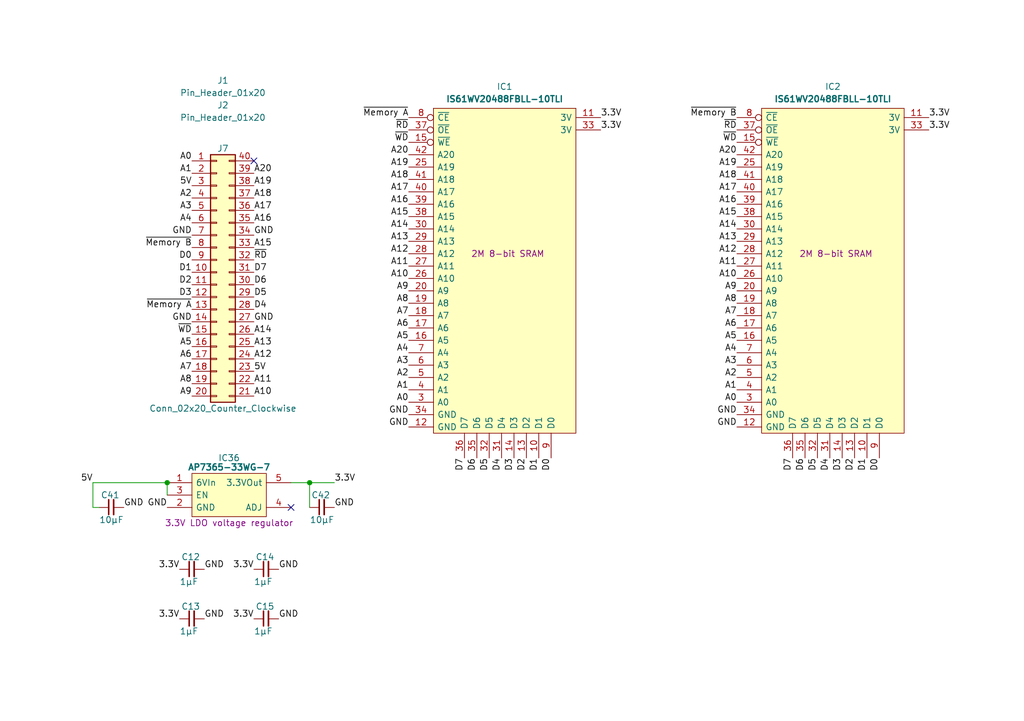
<source format=kicad_sch>
(kicad_sch
	(version 20231120)
	(generator "eeschema")
	(generator_version "8.0")
	(uuid "5ce90b85-49a2-4937-86c7-662b0d6f8431")
	(paper "A5")
	(title_block
		(title "Memory 4MB")
		(date "2024-09-12")
		(rev "V0")
	)
	(lib_symbols
		(symbol "Connector_Generic:Conn_02x20_Counter_Clockwise"
			(pin_names
				(offset 1.016) hide)
			(exclude_from_sim no)
			(in_bom yes)
			(on_board yes)
			(property "Reference" "J"
				(at 1.27 25.4 0)
				(effects
					(font
						(size 1.27 1.27)
					)
				)
			)
			(property "Value" "Conn_02x20_Counter_Clockwise"
				(at 1.27 -27.94 0)
				(effects
					(font
						(size 1.27 1.27)
					)
				)
			)
			(property "Footprint" ""
				(at 0 0 0)
				(effects
					(font
						(size 1.27 1.27)
					)
					(hide yes)
				)
			)
			(property "Datasheet" "~"
				(at 0 0 0)
				(effects
					(font
						(size 1.27 1.27)
					)
					(hide yes)
				)
			)
			(property "Description" "Generic connector, double row, 02x20, counter clockwise pin numbering scheme (similar to DIP package numbering), script generated (kicad-library-utils/schlib/autogen/connector/)"
				(at 0 0 0)
				(effects
					(font
						(size 1.27 1.27)
					)
					(hide yes)
				)
			)
			(property "ki_keywords" "connector"
				(at 0 0 0)
				(effects
					(font
						(size 1.27 1.27)
					)
					(hide yes)
				)
			)
			(property "ki_fp_filters" "Connector*:*_2x??_*"
				(at 0 0 0)
				(effects
					(font
						(size 1.27 1.27)
					)
					(hide yes)
				)
			)
			(symbol "Conn_02x20_Counter_Clockwise_1_1"
				(rectangle
					(start -1.27 -25.273)
					(end 0 -25.527)
					(stroke
						(width 0.1524)
						(type default)
					)
					(fill
						(type none)
					)
				)
				(rectangle
					(start -1.27 -22.733)
					(end 0 -22.987)
					(stroke
						(width 0.1524)
						(type default)
					)
					(fill
						(type none)
					)
				)
				(rectangle
					(start -1.27 -20.193)
					(end 0 -20.447)
					(stroke
						(width 0.1524)
						(type default)
					)
					(fill
						(type none)
					)
				)
				(rectangle
					(start -1.27 -17.653)
					(end 0 -17.907)
					(stroke
						(width 0.1524)
						(type default)
					)
					(fill
						(type none)
					)
				)
				(rectangle
					(start -1.27 -15.113)
					(end 0 -15.367)
					(stroke
						(width 0.1524)
						(type default)
					)
					(fill
						(type none)
					)
				)
				(rectangle
					(start -1.27 -12.573)
					(end 0 -12.827)
					(stroke
						(width 0.1524)
						(type default)
					)
					(fill
						(type none)
					)
				)
				(rectangle
					(start -1.27 -10.033)
					(end 0 -10.287)
					(stroke
						(width 0.1524)
						(type default)
					)
					(fill
						(type none)
					)
				)
				(rectangle
					(start -1.27 -7.493)
					(end 0 -7.747)
					(stroke
						(width 0.1524)
						(type default)
					)
					(fill
						(type none)
					)
				)
				(rectangle
					(start -1.27 -4.953)
					(end 0 -5.207)
					(stroke
						(width 0.1524)
						(type default)
					)
					(fill
						(type none)
					)
				)
				(rectangle
					(start -1.27 -2.413)
					(end 0 -2.667)
					(stroke
						(width 0.1524)
						(type default)
					)
					(fill
						(type none)
					)
				)
				(rectangle
					(start -1.27 0.127)
					(end 0 -0.127)
					(stroke
						(width 0.1524)
						(type default)
					)
					(fill
						(type none)
					)
				)
				(rectangle
					(start -1.27 2.667)
					(end 0 2.413)
					(stroke
						(width 0.1524)
						(type default)
					)
					(fill
						(type none)
					)
				)
				(rectangle
					(start -1.27 5.207)
					(end 0 4.953)
					(stroke
						(width 0.1524)
						(type default)
					)
					(fill
						(type none)
					)
				)
				(rectangle
					(start -1.27 7.747)
					(end 0 7.493)
					(stroke
						(width 0.1524)
						(type default)
					)
					(fill
						(type none)
					)
				)
				(rectangle
					(start -1.27 10.287)
					(end 0 10.033)
					(stroke
						(width 0.1524)
						(type default)
					)
					(fill
						(type none)
					)
				)
				(rectangle
					(start -1.27 12.827)
					(end 0 12.573)
					(stroke
						(width 0.1524)
						(type default)
					)
					(fill
						(type none)
					)
				)
				(rectangle
					(start -1.27 15.367)
					(end 0 15.113)
					(stroke
						(width 0.1524)
						(type default)
					)
					(fill
						(type none)
					)
				)
				(rectangle
					(start -1.27 17.907)
					(end 0 17.653)
					(stroke
						(width 0.1524)
						(type default)
					)
					(fill
						(type none)
					)
				)
				(rectangle
					(start -1.27 20.447)
					(end 0 20.193)
					(stroke
						(width 0.1524)
						(type default)
					)
					(fill
						(type none)
					)
				)
				(rectangle
					(start -1.27 22.987)
					(end 0 22.733)
					(stroke
						(width 0.1524)
						(type default)
					)
					(fill
						(type none)
					)
				)
				(rectangle
					(start -1.27 24.13)
					(end 3.81 -26.67)
					(stroke
						(width 0.254)
						(type default)
					)
					(fill
						(type background)
					)
				)
				(rectangle
					(start 3.81 -25.273)
					(end 2.54 -25.527)
					(stroke
						(width 0.1524)
						(type default)
					)
					(fill
						(type none)
					)
				)
				(rectangle
					(start 3.81 -22.733)
					(end 2.54 -22.987)
					(stroke
						(width 0.1524)
						(type default)
					)
					(fill
						(type none)
					)
				)
				(rectangle
					(start 3.81 -20.193)
					(end 2.54 -20.447)
					(stroke
						(width 0.1524)
						(type default)
					)
					(fill
						(type none)
					)
				)
				(rectangle
					(start 3.81 -17.653)
					(end 2.54 -17.907)
					(stroke
						(width 0.1524)
						(type default)
					)
					(fill
						(type none)
					)
				)
				(rectangle
					(start 3.81 -15.113)
					(end 2.54 -15.367)
					(stroke
						(width 0.1524)
						(type default)
					)
					(fill
						(type none)
					)
				)
				(rectangle
					(start 3.81 -12.573)
					(end 2.54 -12.827)
					(stroke
						(width 0.1524)
						(type default)
					)
					(fill
						(type none)
					)
				)
				(rectangle
					(start 3.81 -10.033)
					(end 2.54 -10.287)
					(stroke
						(width 0.1524)
						(type default)
					)
					(fill
						(type none)
					)
				)
				(rectangle
					(start 3.81 -7.493)
					(end 2.54 -7.747)
					(stroke
						(width 0.1524)
						(type default)
					)
					(fill
						(type none)
					)
				)
				(rectangle
					(start 3.81 -4.953)
					(end 2.54 -5.207)
					(stroke
						(width 0.1524)
						(type default)
					)
					(fill
						(type none)
					)
				)
				(rectangle
					(start 3.81 -2.413)
					(end 2.54 -2.667)
					(stroke
						(width 0.1524)
						(type default)
					)
					(fill
						(type none)
					)
				)
				(rectangle
					(start 3.81 0.127)
					(end 2.54 -0.127)
					(stroke
						(width 0.1524)
						(type default)
					)
					(fill
						(type none)
					)
				)
				(rectangle
					(start 3.81 2.667)
					(end 2.54 2.413)
					(stroke
						(width 0.1524)
						(type default)
					)
					(fill
						(type none)
					)
				)
				(rectangle
					(start 3.81 5.207)
					(end 2.54 4.953)
					(stroke
						(width 0.1524)
						(type default)
					)
					(fill
						(type none)
					)
				)
				(rectangle
					(start 3.81 7.747)
					(end 2.54 7.493)
					(stroke
						(width 0.1524)
						(type default)
					)
					(fill
						(type none)
					)
				)
				(rectangle
					(start 3.81 10.287)
					(end 2.54 10.033)
					(stroke
						(width 0.1524)
						(type default)
					)
					(fill
						(type none)
					)
				)
				(rectangle
					(start 3.81 12.827)
					(end 2.54 12.573)
					(stroke
						(width 0.1524)
						(type default)
					)
					(fill
						(type none)
					)
				)
				(rectangle
					(start 3.81 15.367)
					(end 2.54 15.113)
					(stroke
						(width 0.1524)
						(type default)
					)
					(fill
						(type none)
					)
				)
				(rectangle
					(start 3.81 17.907)
					(end 2.54 17.653)
					(stroke
						(width 0.1524)
						(type default)
					)
					(fill
						(type none)
					)
				)
				(rectangle
					(start 3.81 20.447)
					(end 2.54 20.193)
					(stroke
						(width 0.1524)
						(type default)
					)
					(fill
						(type none)
					)
				)
				(rectangle
					(start 3.81 22.987)
					(end 2.54 22.733)
					(stroke
						(width 0.1524)
						(type default)
					)
					(fill
						(type none)
					)
				)
				(pin passive line
					(at -5.08 22.86 0)
					(length 3.81)
					(name "Pin_1"
						(effects
							(font
								(size 1.27 1.27)
							)
						)
					)
					(number "1"
						(effects
							(font
								(size 1.27 1.27)
							)
						)
					)
				)
				(pin passive line
					(at -5.08 0 0)
					(length 3.81)
					(name "Pin_10"
						(effects
							(font
								(size 1.27 1.27)
							)
						)
					)
					(number "10"
						(effects
							(font
								(size 1.27 1.27)
							)
						)
					)
				)
				(pin passive line
					(at -5.08 -2.54 0)
					(length 3.81)
					(name "Pin_11"
						(effects
							(font
								(size 1.27 1.27)
							)
						)
					)
					(number "11"
						(effects
							(font
								(size 1.27 1.27)
							)
						)
					)
				)
				(pin passive line
					(at -5.08 -5.08 0)
					(length 3.81)
					(name "Pin_12"
						(effects
							(font
								(size 1.27 1.27)
							)
						)
					)
					(number "12"
						(effects
							(font
								(size 1.27 1.27)
							)
						)
					)
				)
				(pin passive line
					(at -5.08 -7.62 0)
					(length 3.81)
					(name "Pin_13"
						(effects
							(font
								(size 1.27 1.27)
							)
						)
					)
					(number "13"
						(effects
							(font
								(size 1.27 1.27)
							)
						)
					)
				)
				(pin passive line
					(at -5.08 -10.16 0)
					(length 3.81)
					(name "Pin_14"
						(effects
							(font
								(size 1.27 1.27)
							)
						)
					)
					(number "14"
						(effects
							(font
								(size 1.27 1.27)
							)
						)
					)
				)
				(pin passive line
					(at -5.08 -12.7 0)
					(length 3.81)
					(name "Pin_15"
						(effects
							(font
								(size 1.27 1.27)
							)
						)
					)
					(number "15"
						(effects
							(font
								(size 1.27 1.27)
							)
						)
					)
				)
				(pin passive line
					(at -5.08 -15.24 0)
					(length 3.81)
					(name "Pin_16"
						(effects
							(font
								(size 1.27 1.27)
							)
						)
					)
					(number "16"
						(effects
							(font
								(size 1.27 1.27)
							)
						)
					)
				)
				(pin passive line
					(at -5.08 -17.78 0)
					(length 3.81)
					(name "Pin_17"
						(effects
							(font
								(size 1.27 1.27)
							)
						)
					)
					(number "17"
						(effects
							(font
								(size 1.27 1.27)
							)
						)
					)
				)
				(pin passive line
					(at -5.08 -20.32 0)
					(length 3.81)
					(name "Pin_18"
						(effects
							(font
								(size 1.27 1.27)
							)
						)
					)
					(number "18"
						(effects
							(font
								(size 1.27 1.27)
							)
						)
					)
				)
				(pin passive line
					(at -5.08 -22.86 0)
					(length 3.81)
					(name "Pin_19"
						(effects
							(font
								(size 1.27 1.27)
							)
						)
					)
					(number "19"
						(effects
							(font
								(size 1.27 1.27)
							)
						)
					)
				)
				(pin passive line
					(at -5.08 20.32 0)
					(length 3.81)
					(name "Pin_2"
						(effects
							(font
								(size 1.27 1.27)
							)
						)
					)
					(number "2"
						(effects
							(font
								(size 1.27 1.27)
							)
						)
					)
				)
				(pin passive line
					(at -5.08 -25.4 0)
					(length 3.81)
					(name "Pin_20"
						(effects
							(font
								(size 1.27 1.27)
							)
						)
					)
					(number "20"
						(effects
							(font
								(size 1.27 1.27)
							)
						)
					)
				)
				(pin passive line
					(at 7.62 -25.4 180)
					(length 3.81)
					(name "Pin_21"
						(effects
							(font
								(size 1.27 1.27)
							)
						)
					)
					(number "21"
						(effects
							(font
								(size 1.27 1.27)
							)
						)
					)
				)
				(pin passive line
					(at 7.62 -22.86 180)
					(length 3.81)
					(name "Pin_22"
						(effects
							(font
								(size 1.27 1.27)
							)
						)
					)
					(number "22"
						(effects
							(font
								(size 1.27 1.27)
							)
						)
					)
				)
				(pin passive line
					(at 7.62 -20.32 180)
					(length 3.81)
					(name "Pin_23"
						(effects
							(font
								(size 1.27 1.27)
							)
						)
					)
					(number "23"
						(effects
							(font
								(size 1.27 1.27)
							)
						)
					)
				)
				(pin passive line
					(at 7.62 -17.78 180)
					(length 3.81)
					(name "Pin_24"
						(effects
							(font
								(size 1.27 1.27)
							)
						)
					)
					(number "24"
						(effects
							(font
								(size 1.27 1.27)
							)
						)
					)
				)
				(pin passive line
					(at 7.62 -15.24 180)
					(length 3.81)
					(name "Pin_25"
						(effects
							(font
								(size 1.27 1.27)
							)
						)
					)
					(number "25"
						(effects
							(font
								(size 1.27 1.27)
							)
						)
					)
				)
				(pin passive line
					(at 7.62 -12.7 180)
					(length 3.81)
					(name "Pin_26"
						(effects
							(font
								(size 1.27 1.27)
							)
						)
					)
					(number "26"
						(effects
							(font
								(size 1.27 1.27)
							)
						)
					)
				)
				(pin passive line
					(at 7.62 -10.16 180)
					(length 3.81)
					(name "Pin_27"
						(effects
							(font
								(size 1.27 1.27)
							)
						)
					)
					(number "27"
						(effects
							(font
								(size 1.27 1.27)
							)
						)
					)
				)
				(pin passive line
					(at 7.62 -7.62 180)
					(length 3.81)
					(name "Pin_28"
						(effects
							(font
								(size 1.27 1.27)
							)
						)
					)
					(number "28"
						(effects
							(font
								(size 1.27 1.27)
							)
						)
					)
				)
				(pin passive line
					(at 7.62 -5.08 180)
					(length 3.81)
					(name "Pin_29"
						(effects
							(font
								(size 1.27 1.27)
							)
						)
					)
					(number "29"
						(effects
							(font
								(size 1.27 1.27)
							)
						)
					)
				)
				(pin passive line
					(at -5.08 17.78 0)
					(length 3.81)
					(name "Pin_3"
						(effects
							(font
								(size 1.27 1.27)
							)
						)
					)
					(number "3"
						(effects
							(font
								(size 1.27 1.27)
							)
						)
					)
				)
				(pin passive line
					(at 7.62 -2.54 180)
					(length 3.81)
					(name "Pin_30"
						(effects
							(font
								(size 1.27 1.27)
							)
						)
					)
					(number "30"
						(effects
							(font
								(size 1.27 1.27)
							)
						)
					)
				)
				(pin passive line
					(at 7.62 0 180)
					(length 3.81)
					(name "Pin_31"
						(effects
							(font
								(size 1.27 1.27)
							)
						)
					)
					(number "31"
						(effects
							(font
								(size 1.27 1.27)
							)
						)
					)
				)
				(pin passive line
					(at 7.62 2.54 180)
					(length 3.81)
					(name "Pin_32"
						(effects
							(font
								(size 1.27 1.27)
							)
						)
					)
					(number "32"
						(effects
							(font
								(size 1.27 1.27)
							)
						)
					)
				)
				(pin passive line
					(at 7.62 5.08 180)
					(length 3.81)
					(name "Pin_33"
						(effects
							(font
								(size 1.27 1.27)
							)
						)
					)
					(number "33"
						(effects
							(font
								(size 1.27 1.27)
							)
						)
					)
				)
				(pin passive line
					(at 7.62 7.62 180)
					(length 3.81)
					(name "Pin_34"
						(effects
							(font
								(size 1.27 1.27)
							)
						)
					)
					(number "34"
						(effects
							(font
								(size 1.27 1.27)
							)
						)
					)
				)
				(pin passive line
					(at 7.62 10.16 180)
					(length 3.81)
					(name "Pin_35"
						(effects
							(font
								(size 1.27 1.27)
							)
						)
					)
					(number "35"
						(effects
							(font
								(size 1.27 1.27)
							)
						)
					)
				)
				(pin passive line
					(at 7.62 12.7 180)
					(length 3.81)
					(name "Pin_36"
						(effects
							(font
								(size 1.27 1.27)
							)
						)
					)
					(number "36"
						(effects
							(font
								(size 1.27 1.27)
							)
						)
					)
				)
				(pin passive line
					(at 7.62 15.24 180)
					(length 3.81)
					(name "Pin_37"
						(effects
							(font
								(size 1.27 1.27)
							)
						)
					)
					(number "37"
						(effects
							(font
								(size 1.27 1.27)
							)
						)
					)
				)
				(pin passive line
					(at 7.62 17.78 180)
					(length 3.81)
					(name "Pin_38"
						(effects
							(font
								(size 1.27 1.27)
							)
						)
					)
					(number "38"
						(effects
							(font
								(size 1.27 1.27)
							)
						)
					)
				)
				(pin passive line
					(at 7.62 20.32 180)
					(length 3.81)
					(name "Pin_39"
						(effects
							(font
								(size 1.27 1.27)
							)
						)
					)
					(number "39"
						(effects
							(font
								(size 1.27 1.27)
							)
						)
					)
				)
				(pin passive line
					(at -5.08 15.24 0)
					(length 3.81)
					(name "Pin_4"
						(effects
							(font
								(size 1.27 1.27)
							)
						)
					)
					(number "4"
						(effects
							(font
								(size 1.27 1.27)
							)
						)
					)
				)
				(pin passive line
					(at 7.62 22.86 180)
					(length 3.81)
					(name "Pin_40"
						(effects
							(font
								(size 1.27 1.27)
							)
						)
					)
					(number "40"
						(effects
							(font
								(size 1.27 1.27)
							)
						)
					)
				)
				(pin passive line
					(at -5.08 12.7 0)
					(length 3.81)
					(name "Pin_5"
						(effects
							(font
								(size 1.27 1.27)
							)
						)
					)
					(number "5"
						(effects
							(font
								(size 1.27 1.27)
							)
						)
					)
				)
				(pin passive line
					(at -5.08 10.16 0)
					(length 3.81)
					(name "Pin_6"
						(effects
							(font
								(size 1.27 1.27)
							)
						)
					)
					(number "6"
						(effects
							(font
								(size 1.27 1.27)
							)
						)
					)
				)
				(pin passive line
					(at -5.08 7.62 0)
					(length 3.81)
					(name "Pin_7"
						(effects
							(font
								(size 1.27 1.27)
							)
						)
					)
					(number "7"
						(effects
							(font
								(size 1.27 1.27)
							)
						)
					)
				)
				(pin passive line
					(at -5.08 5.08 0)
					(length 3.81)
					(name "Pin_8"
						(effects
							(font
								(size 1.27 1.27)
							)
						)
					)
					(number "8"
						(effects
							(font
								(size 1.27 1.27)
							)
						)
					)
				)
				(pin passive line
					(at -5.08 2.54 0)
					(length 3.81)
					(name "Pin_9"
						(effects
							(font
								(size 1.27 1.27)
							)
						)
					)
					(number "9"
						(effects
							(font
								(size 1.27 1.27)
							)
						)
					)
				)
			)
		)
		(symbol "Diodes_Inc:AP7365-33WG-7"
			(pin_names
				(offset 0.762)
			)
			(exclude_from_sim no)
			(in_bom yes)
			(on_board yes)
			(property "Reference" "IC"
				(at 12.7 5.08 0)
				(effects
					(font
						(size 1.27 1.27)
					)
				)
			)
			(property "Value" "AP7365-33WG-7"
				(at 12.7 3.175 0)
				(effects
					(font
						(size 1.27 1.27)
						(bold yes)
					)
				)
			)
			(property "Footprint" "SamacSys_Parts:SOT95P285X130-5N"
				(at 21.59 -14.605 0)
				(effects
					(font
						(size 1.27 1.27)
					)
					(justify left)
					(hide yes)
				)
			)
			(property "Datasheet" "https://componentsearchengine.com/Datasheets/1/AP7365-33WG-7.pdf"
				(at 21.59 -17.145 0)
				(effects
					(font
						(size 1.27 1.27)
					)
					(justify left)
					(hide yes)
				)
			)
			(property "Description" "3.3V LDO voltage regulator"
				(at 12.7 -8.255 0)
				(effects
					(font
						(size 1.27 1.27)
					)
				)
			)
			(property "Height" "1.3"
				(at 21.59 -19.685 0)
				(effects
					(font
						(size 1.27 1.27)
					)
					(justify left)
					(hide yes)
				)
			)
			(property "Manufacturer_Name" "Diodes Inc."
				(at 21.59 -22.225 0)
				(effects
					(font
						(size 1.27 1.27)
					)
					(justify left)
					(hide yes)
				)
			)
			(property "Manufacturer_Part_Number" "AP7365-33WG-7"
				(at 21.59 -24.765 0)
				(effects
					(font
						(size 1.27 1.27)
					)
					(justify left)
					(hide yes)
				)
			)
			(property "Mouser Part Number" "621-AP7365-33WG-7"
				(at 21.59 -27.305 0)
				(effects
					(font
						(size 1.27 1.27)
					)
					(justify left)
					(hide yes)
				)
			)
			(property "Mouser Price/Stock" "https://www.mouser.co.uk/ProductDetail/Diodes-Incorporated/AP7365-33WG-7?qs=abZ1nkZpTuOZFvxvoFPL0w%3D%3D"
				(at 21.59 -29.845 0)
				(effects
					(font
						(size 1.27 1.27)
					)
					(justify left)
					(hide yes)
				)
			)
			(property "Arrow Part Number" "AP7365-33WG-7"
				(at 21.59 -32.385 0)
				(effects
					(font
						(size 1.27 1.27)
					)
					(justify left)
					(hide yes)
				)
			)
			(property "Arrow Price/Stock" "https://www.arrow.com/en/products/ap7365-33wg-7/diodes-incorporated?region=nac"
				(at 21.59 -34.925 0)
				(effects
					(font
						(size 1.27 1.27)
					)
					(justify left)
					(hide yes)
				)
			)
			(property "Silkscreen" "AP7365"
				(at 21.59 -12.065 0)
				(effects
					(font
						(size 1.27 1.27)
					)
					(justify left)
					(hide yes)
				)
			)
			(symbol "AP7365-33WG-7_0_0"
				(pin passive line
					(at 0 -5.08 0)
					(length 5.08)
					(name "GND"
						(effects
							(font
								(size 1.27 1.27)
							)
						)
					)
					(number "2"
						(effects
							(font
								(size 1.27 1.27)
							)
						)
					)
				)
				(pin input line
					(at 0 -2.54 0)
					(length 5.08)
					(name "EN"
						(effects
							(font
								(size 1.27 1.27)
							)
						)
					)
					(number "3"
						(effects
							(font
								(size 1.27 1.27)
							)
						)
					)
				)
				(pin passive line
					(at 25.4 -5.08 180)
					(length 5.08)
					(name "ADJ"
						(effects
							(font
								(size 1.27 1.27)
							)
						)
					)
					(number "4"
						(effects
							(font
								(size 1.27 1.27)
							)
						)
					)
				)
			)
			(symbol "AP7365-33WG-7_0_1"
				(polyline
					(pts
						(xy 5.08 1.905) (xy 20.32 1.905) (xy 20.32 -6.985) (xy 5.08 -6.985) (xy 5.08 1.905)
					)
					(stroke
						(width 0)
						(type default)
					)
					(fill
						(type background)
					)
				)
			)
			(symbol "AP7365-33WG-7_1_0"
				(pin passive line
					(at 0 0 0)
					(length 5.08)
					(name "6VIn"
						(effects
							(font
								(size 1.27 1.27)
							)
						)
					)
					(number "1"
						(effects
							(font
								(size 1.27 1.27)
							)
						)
					)
				)
				(pin passive line
					(at 25.4 0 180)
					(length 5.08)
					(name "3.3VOut"
						(effects
							(font
								(size 1.27 1.27)
							)
						)
					)
					(number "5"
						(effects
							(font
								(size 1.27 1.27)
							)
						)
					)
				)
			)
		)
		(symbol "HCP65:C_0805"
			(pin_numbers hide)
			(pin_names
				(offset 0.254) hide)
			(exclude_from_sim no)
			(in_bom yes)
			(on_board yes)
			(property "Reference" "C"
				(at 2.286 2.54 0)
				(effects
					(font
						(size 1.27 1.27)
					)
				)
			)
			(property "Value" "?μF"
				(at 2.54 -2.54 0)
				(effects
					(font
						(size 1.27 1.27)
					)
				)
			)
			(property "Footprint" "SamacSys_Parts:C_0805"
				(at 16.764 -7.62 0)
				(effects
					(font
						(size 1.27 1.27)
					)
					(hide yes)
				)
			)
			(property "Datasheet" ""
				(at 2.2225 0.3175 90)
				(effects
					(font
						(size 1.27 1.27)
					)
					(hide yes)
				)
			)
			(property "Description" ""
				(at 0 0 0)
				(effects
					(font
						(size 1.27 1.27)
					)
					(hide yes)
				)
			)
			(property "ki_keywords" "capacitor cap"
				(at 0 0 0)
				(effects
					(font
						(size 1.27 1.27)
					)
					(hide yes)
				)
			)
			(property "ki_fp_filters" "C_*"
				(at 0 0 0)
				(effects
					(font
						(size 1.27 1.27)
					)
					(hide yes)
				)
			)
			(symbol "C_0805_0_1"
				(polyline
					(pts
						(xy 1.9685 -1.4605) (xy 1.9685 1.5875)
					)
					(stroke
						(width 0.3048)
						(type default)
					)
					(fill
						(type none)
					)
				)
				(polyline
					(pts
						(xy 2.9845 -1.4605) (xy 2.9845 1.5875)
					)
					(stroke
						(width 0.3302)
						(type default)
					)
					(fill
						(type none)
					)
				)
			)
			(symbol "C_0805_1_1"
				(pin passive line
					(at 0 0 0)
					(length 2.032)
					(name "~"
						(effects
							(font
								(size 1.27 1.27)
							)
						)
					)
					(number "1"
						(effects
							(font
								(size 1.27 1.27)
							)
						)
					)
				)
				(pin passive line
					(at 5.08 0 180)
					(length 2.032)
					(name "~"
						(effects
							(font
								(size 1.27 1.27)
							)
						)
					)
					(number "2"
						(effects
							(font
								(size 1.27 1.27)
							)
						)
					)
				)
			)
		)
		(symbol "HCP65:Pin_Header_01x32"
			(pin_names
				(offset 1.016) hide)
			(exclude_from_sim no)
			(in_bom yes)
			(on_board yes)
			(property "Reference" "J"
				(at 0 1.27 0)
				(effects
					(font
						(size 1.27 1.27)
					)
				)
			)
			(property "Value" "Pin_Header_01x32"
				(at 0 -1.27 0)
				(effects
					(font
						(size 1.27 1.27)
					)
				)
			)
			(property "Footprint" "SamacSys_Parts:PinHeader_1x32_P2.54mm_Vertical"
				(at 0 -3.81 0)
				(effects
					(font
						(size 1.27 1.27)
					)
					(hide yes)
				)
			)
			(property "Datasheet" "~"
				(at -5.08 0 0)
				(effects
					(font
						(size 1.27 1.27)
					)
					(hide yes)
				)
			)
			(property "Description" ""
				(at 0 0 0)
				(effects
					(font
						(size 1.27 1.27)
					)
					(hide yes)
				)
			)
			(property "ki_fp_filters" "Connector*:*_1x??_*"
				(at 0 0 0)
				(effects
					(font
						(size 1.27 1.27)
					)
					(hide yes)
				)
			)
		)
		(symbol "ISSI:IS61WV20488FBLL-10TLI"
			(pin_names
				(offset 0.762)
			)
			(exclude_from_sim no)
			(in_bom yes)
			(on_board yes)
			(property "Reference" "IC"
				(at 19.685 6.35 0)
				(effects
					(font
						(size 1.27 1.27)
					)
				)
			)
			(property "Value" "IS61WV20488FBLL-10TLI"
				(at 19.685 3.81 0)
				(effects
					(font
						(size 1.27 1.27)
						(bold yes)
					)
				)
			)
			(property "Footprint" "SamacSys_Parts:SOP80P1176X120-44N"
				(at 45.085 -13.97 0)
				(effects
					(font
						(size 1.27 1.27)
					)
					(justify left)
					(hide yes)
				)
			)
			(property "Datasheet" "http://www.issi.com/WW/pdf/61-64WV20488FALL-FBLL.pdf"
				(at 45.085 -16.51 0)
				(effects
					(font
						(size 1.27 1.27)
					)
					(justify left)
					(hide yes)
				)
			)
			(property "Description" "2M 8-bit SRAM"
				(at 20.32 -27.94 0)
				(effects
					(font
						(size 1.27 1.27)
					)
				)
			)
			(property "Height" "1.2"
				(at 45.72 -19.05 0)
				(effects
					(font
						(size 1.27 1.27)
					)
					(justify left)
					(hide yes)
				)
			)
			(property "Mouser Part Number" "870-61W20488FBLL10TI"
				(at 45.085 -24.13 0)
				(effects
					(font
						(size 1.27 1.27)
					)
					(justify left)
					(hide yes)
				)
			)
			(property "Mouser Price/Stock" "https://www.mouser.co.uk/ProductDetail/ISSI/IS61WV20488FBLL-10TLI?qs=l7cgNqFNU1hrNZYLU3MwTg%3D%3D"
				(at 45.085 -26.67 0)
				(effects
					(font
						(size 1.27 1.27)
					)
					(justify left)
					(hide yes)
				)
			)
			(property "Manufacturer_Name" "Integrated Silicon Solution Inc."
				(at 45.085 -29.21 0)
				(effects
					(font
						(size 1.27 1.27)
					)
					(justify left)
					(hide yes)
				)
			)
			(property "Manufacturer_Part_Number" "IS61WV20488FBLL-10TLI"
				(at 45.085 -31.75 0)
				(effects
					(font
						(size 1.27 1.27)
					)
					(justify left)
					(hide yes)
				)
			)
			(property "Garbage" "SRAM 16Mb,High-Speed,Async,2Mbx8,10ns, 2.4v-3.6v, 44 Pin TSOP II, RoHS"
				(at 44.958 -34.798 0)
				(effects
					(font
						(size 1.27 1.27)
					)
					(justify left)
					(hide yes)
				)
			)
			(symbol "IS61WV20488FBLL-10TLI_0_0"
				(pin input inverted
					(at 0 -5.08 0)
					(length 5.08)
					(name "~{WE}"
						(effects
							(font
								(size 1.27 1.27)
							)
						)
					)
					(number "15"
						(effects
							(font
								(size 1.27 1.27)
							)
						)
					)
				)
				(pin input line
					(at 0 -45.72 0)
					(length 5.08)
					(name "A5"
						(effects
							(font
								(size 1.27 1.27)
							)
						)
					)
					(number "16"
						(effects
							(font
								(size 1.27 1.27)
							)
						)
					)
				)
				(pin input line
					(at 0 -43.18 0)
					(length 5.08)
					(name "A6"
						(effects
							(font
								(size 1.27 1.27)
							)
						)
					)
					(number "17"
						(effects
							(font
								(size 1.27 1.27)
							)
						)
					)
				)
				(pin input line
					(at 0 -40.64 0)
					(length 5.08)
					(name "A7"
						(effects
							(font
								(size 1.27 1.27)
							)
						)
					)
					(number "18"
						(effects
							(font
								(size 1.27 1.27)
							)
						)
					)
				)
				(pin input line
					(at 0 -38.1 0)
					(length 5.08)
					(name "A8"
						(effects
							(font
								(size 1.27 1.27)
							)
						)
					)
					(number "19"
						(effects
							(font
								(size 1.27 1.27)
							)
						)
					)
				)
				(pin input line
					(at 0 -35.56 0)
					(length 5.08)
					(name "A9"
						(effects
							(font
								(size 1.27 1.27)
							)
						)
					)
					(number "20"
						(effects
							(font
								(size 1.27 1.27)
							)
						)
					)
				)
				(pin input line
					(at 0 -10.16 0)
					(length 5.08)
					(name "A19"
						(effects
							(font
								(size 1.27 1.27)
							)
						)
					)
					(number "25"
						(effects
							(font
								(size 1.27 1.27)
							)
						)
					)
				)
				(pin input line
					(at 0 -33.02 0)
					(length 5.08)
					(name "A10"
						(effects
							(font
								(size 1.27 1.27)
							)
						)
					)
					(number "26"
						(effects
							(font
								(size 1.27 1.27)
							)
						)
					)
				)
				(pin input line
					(at 0 -30.48 0)
					(length 5.08)
					(name "A11"
						(effects
							(font
								(size 1.27 1.27)
							)
						)
					)
					(number "27"
						(effects
							(font
								(size 1.27 1.27)
							)
						)
					)
				)
				(pin input line
					(at 0 -27.94 0)
					(length 5.08)
					(name "A12"
						(effects
							(font
								(size 1.27 1.27)
							)
						)
					)
					(number "28"
						(effects
							(font
								(size 1.27 1.27)
							)
						)
					)
				)
				(pin input line
					(at 0 -25.4 0)
					(length 5.08)
					(name "A13"
						(effects
							(font
								(size 1.27 1.27)
							)
						)
					)
					(number "29"
						(effects
							(font
								(size 1.27 1.27)
							)
						)
					)
				)
				(pin input line
					(at 0 -58.42 0)
					(length 5.08)
					(name "A0"
						(effects
							(font
								(size 1.27 1.27)
							)
						)
					)
					(number "3"
						(effects
							(font
								(size 1.27 1.27)
							)
						)
					)
				)
				(pin input line
					(at 0 -22.86 0)
					(length 5.08)
					(name "A14"
						(effects
							(font
								(size 1.27 1.27)
							)
						)
					)
					(number "30"
						(effects
							(font
								(size 1.27 1.27)
							)
						)
					)
				)
				(pin input inverted
					(at 0 -2.54 0)
					(length 5.08)
					(name "~{OE}"
						(effects
							(font
								(size 1.27 1.27)
							)
						)
					)
					(number "37"
						(effects
							(font
								(size 1.27 1.27)
							)
						)
					)
				)
				(pin input line
					(at 0 -20.32 0)
					(length 5.08)
					(name "A15"
						(effects
							(font
								(size 1.27 1.27)
							)
						)
					)
					(number "38"
						(effects
							(font
								(size 1.27 1.27)
							)
						)
					)
				)
				(pin input line
					(at 0 -17.78 0)
					(length 5.08)
					(name "A16"
						(effects
							(font
								(size 1.27 1.27)
							)
						)
					)
					(number "39"
						(effects
							(font
								(size 1.27 1.27)
							)
						)
					)
				)
				(pin input line
					(at 0 -55.88 0)
					(length 5.08)
					(name "A1"
						(effects
							(font
								(size 1.27 1.27)
							)
						)
					)
					(number "4"
						(effects
							(font
								(size 1.27 1.27)
							)
						)
					)
				)
				(pin input line
					(at 0 -15.24 0)
					(length 5.08)
					(name "A17"
						(effects
							(font
								(size 1.27 1.27)
							)
						)
					)
					(number "40"
						(effects
							(font
								(size 1.27 1.27)
							)
						)
					)
				)
				(pin input line
					(at 0 -12.7 0)
					(length 5.08)
					(name "A18"
						(effects
							(font
								(size 1.27 1.27)
							)
						)
					)
					(number "41"
						(effects
							(font
								(size 1.27 1.27)
							)
						)
					)
				)
				(pin input line
					(at 0 -7.62 0)
					(length 5.08)
					(name "A20"
						(effects
							(font
								(size 1.27 1.27)
							)
						)
					)
					(number "42"
						(effects
							(font
								(size 1.27 1.27)
							)
						)
					)
				)
				(pin input line
					(at 0 -53.34 0)
					(length 5.08)
					(name "A2"
						(effects
							(font
								(size 1.27 1.27)
							)
						)
					)
					(number "5"
						(effects
							(font
								(size 1.27 1.27)
							)
						)
					)
				)
				(pin input line
					(at 0 -50.8 0)
					(length 5.08)
					(name "A3"
						(effects
							(font
								(size 1.27 1.27)
							)
						)
					)
					(number "6"
						(effects
							(font
								(size 1.27 1.27)
							)
						)
					)
				)
				(pin input line
					(at 0 -48.26 0)
					(length 5.08)
					(name "A4"
						(effects
							(font
								(size 1.27 1.27)
							)
						)
					)
					(number "7"
						(effects
							(font
								(size 1.27 1.27)
							)
						)
					)
				)
				(pin input inverted
					(at 0 0 0)
					(length 5.08)
					(name "~{CE}"
						(effects
							(font
								(size 1.27 1.27)
							)
						)
					)
					(number "8"
						(effects
							(font
								(size 1.27 1.27)
							)
						)
					)
				)
			)
			(symbol "IS61WV20488FBLL-10TLI_0_1"
				(polyline
					(pts
						(xy 5.08 1.905) (xy 34.29 1.905) (xy 34.29 -64.77) (xy 5.08 -64.77) (xy 5.08 1.905)
					)
					(stroke
						(width 0.1524)
						(type default)
					)
					(fill
						(type background)
					)
				)
			)
			(symbol "IS61WV20488FBLL-10TLI_1_0"
				(pin no_connect line
					(at 39.37 -40.64 180)
					(length 5.08) hide
					(name "N.C."
						(effects
							(font
								(size 1.27 1.27)
							)
						)
					)
					(number "1"
						(effects
							(font
								(size 1.27 1.27)
							)
						)
					)
				)
				(pin tri_state line
					(at 26.67 -69.85 90)
					(length 5.08)
					(name "D1"
						(effects
							(font
								(size 1.27 1.27)
							)
						)
					)
					(number "10"
						(effects
							(font
								(size 1.27 1.27)
							)
						)
					)
				)
				(pin passive line
					(at 39.37 0 180)
					(length 5.08)
					(name "3V"
						(effects
							(font
								(size 1.27 1.27)
							)
						)
					)
					(number "11"
						(effects
							(font
								(size 1.27 1.27)
							)
						)
					)
				)
				(pin passive line
					(at 0 -63.5 0)
					(length 5.08)
					(name "GND"
						(effects
							(font
								(size 1.27 1.27)
							)
						)
					)
					(number "12"
						(effects
							(font
								(size 1.27 1.27)
							)
						)
					)
				)
				(pin tri_state line
					(at 24.13 -69.85 90)
					(length 5.08)
					(name "D2"
						(effects
							(font
								(size 1.27 1.27)
							)
						)
					)
					(number "13"
						(effects
							(font
								(size 1.27 1.27)
							)
						)
					)
				)
				(pin tri_state line
					(at 21.59 -69.85 90)
					(length 5.08)
					(name "D3"
						(effects
							(font
								(size 1.27 1.27)
							)
						)
					)
					(number "14"
						(effects
							(font
								(size 1.27 1.27)
							)
						)
					)
				)
				(pin no_connect line
					(at 39.37 -43.18 180)
					(length 5.08) hide
					(name "N.C."
						(effects
							(font
								(size 1.27 1.27)
							)
						)
					)
					(number "2"
						(effects
							(font
								(size 1.27 1.27)
							)
						)
					)
				)
				(pin no_connect line
					(at 39.37 -45.72 180)
					(length 5.08) hide
					(name "N.C."
						(effects
							(font
								(size 1.27 1.27)
							)
						)
					)
					(number "21"
						(effects
							(font
								(size 1.27 1.27)
							)
						)
					)
				)
				(pin no_connect line
					(at 39.37 -48.26 180)
					(length 5.08) hide
					(name "N.C."
						(effects
							(font
								(size 1.27 1.27)
							)
						)
					)
					(number "22"
						(effects
							(font
								(size 1.27 1.27)
							)
						)
					)
				)
				(pin no_connect line
					(at 39.37 -58.42 180)
					(length 5.08) hide
					(name "N.C."
						(effects
							(font
								(size 1.27 1.27)
							)
						)
					)
					(number "23"
						(effects
							(font
								(size 1.27 1.27)
							)
						)
					)
				)
				(pin no_connect line
					(at 39.37 -55.88 180)
					(length 5.08) hide
					(name "N.C."
						(effects
							(font
								(size 1.27 1.27)
							)
						)
					)
					(number "24"
						(effects
							(font
								(size 1.27 1.27)
							)
						)
					)
				)
				(pin tri_state line
					(at 19.05 -69.85 90)
					(length 5.08)
					(name "D4"
						(effects
							(font
								(size 1.27 1.27)
							)
						)
					)
					(number "31"
						(effects
							(font
								(size 1.27 1.27)
							)
						)
					)
				)
				(pin tri_state line
					(at 16.51 -69.85 90)
					(length 5.08)
					(name "D5"
						(effects
							(font
								(size 1.27 1.27)
							)
						)
					)
					(number "32"
						(effects
							(font
								(size 1.27 1.27)
							)
						)
					)
				)
				(pin passive line
					(at 39.37 -2.54 180)
					(length 5.08)
					(name "3V"
						(effects
							(font
								(size 1.27 1.27)
							)
						)
					)
					(number "33"
						(effects
							(font
								(size 1.27 1.27)
							)
						)
					)
				)
				(pin passive line
					(at 0 -60.96 0)
					(length 5.08)
					(name "GND"
						(effects
							(font
								(size 1.27 1.27)
							)
						)
					)
					(number "34"
						(effects
							(font
								(size 1.27 1.27)
							)
						)
					)
				)
				(pin tri_state line
					(at 13.97 -69.85 90)
					(length 5.08)
					(name "D6"
						(effects
							(font
								(size 1.27 1.27)
							)
						)
					)
					(number "35"
						(effects
							(font
								(size 1.27 1.27)
							)
						)
					)
				)
				(pin tri_state line
					(at 11.43 -69.85 90)
					(length 5.08)
					(name "D7"
						(effects
							(font
								(size 1.27 1.27)
							)
						)
					)
					(number "36"
						(effects
							(font
								(size 1.27 1.27)
							)
						)
					)
				)
				(pin no_connect line
					(at 39.37 -53.34 180)
					(length 5.08) hide
					(name "N.C."
						(effects
							(font
								(size 1.27 1.27)
							)
						)
					)
					(number "43"
						(effects
							(font
								(size 1.27 1.27)
							)
						)
					)
				)
				(pin no_connect line
					(at 39.37 -50.8 180)
					(length 5.08) hide
					(name "N.C."
						(effects
							(font
								(size 1.27 1.27)
							)
						)
					)
					(number "44"
						(effects
							(font
								(size 1.27 1.27)
							)
						)
					)
				)
				(pin tri_state line
					(at 29.21 -69.85 90)
					(length 5.08)
					(name "D0"
						(effects
							(font
								(size 1.27 1.27)
							)
						)
					)
					(number "9"
						(effects
							(font
								(size 1.27 1.27)
							)
						)
					)
				)
			)
		)
	)
	(junction
		(at 34.29 99.06)
		(diameter 0)
		(color 0 0 0 0)
		(uuid "54e8be86-a7ff-49d9-bf8f-c259738deb20")
	)
	(junction
		(at 63.5 99.06)
		(diameter 0)
		(color 0 0 0 0)
		(uuid "861098fa-15c8-4194-be69-c9cae871e3e8")
	)
	(no_connect
		(at 59.69 104.14)
		(uuid "0a329dca-6d17-451d-8ab3-1639594d48ff")
	)
	(no_connect
		(at 52.07 33.02)
		(uuid "1b161d92-2029-4456-a189-b75261211f28")
	)
	(wire
		(pts
			(xy 59.69 99.06) (xy 63.5 99.06)
		)
		(stroke
			(width 0)
			(type default)
		)
		(uuid "059d2d76-5608-49d9-bc39-c3d91faf4d95")
	)
	(wire
		(pts
			(xy 63.5 104.14) (xy 63.5 99.06)
		)
		(stroke
			(width 0)
			(type default)
		)
		(uuid "227ccda2-b8e0-4f9a-a60e-d289bffb581c")
	)
	(wire
		(pts
			(xy 19.05 99.06) (xy 19.05 104.14)
		)
		(stroke
			(width 0)
			(type default)
		)
		(uuid "5492573f-69f6-4962-be23-7dbf2d8ce8cc")
	)
	(wire
		(pts
			(xy 19.05 104.14) (xy 20.32 104.14)
		)
		(stroke
			(width 0)
			(type default)
		)
		(uuid "80b2a8d6-90bf-4f98-85bf-891f9efb9f80")
	)
	(wire
		(pts
			(xy 34.29 99.06) (xy 34.29 101.6)
		)
		(stroke
			(width 0)
			(type default)
		)
		(uuid "a7ae1139-1f24-42e8-9204-406aed227b65")
	)
	(wire
		(pts
			(xy 19.05 99.06) (xy 34.29 99.06)
		)
		(stroke
			(width 0)
			(type default)
		)
		(uuid "d188f9aa-1a22-4c4f-b66d-74069cc71500")
	)
	(wire
		(pts
			(xy 63.5 99.06) (xy 68.58 99.06)
		)
		(stroke
			(width 0)
			(type default)
		)
		(uuid "fe8d02e3-8335-47ea-ac93-05ca9c484ae9")
	)
	(label "D2"
		(at 175.26 93.98 270)
		(fields_autoplaced yes)
		(effects
			(font
				(size 1.27 1.27)
			)
			(justify right bottom)
		)
		(uuid "01020618-89a9-4942-b6ca-40ec4e3c03d0")
	)
	(label "3.3V"
		(at 123.19 26.67 0)
		(fields_autoplaced yes)
		(effects
			(font
				(size 1.27 1.27)
			)
			(justify left bottom)
		)
		(uuid "01c06eb8-b826-4dd7-9ca9-2aaaf4a42de2")
	)
	(label "A15"
		(at 52.07 50.8 0)
		(fields_autoplaced yes)
		(effects
			(font
				(size 1.27 1.27)
			)
			(justify left bottom)
		)
		(uuid "05ee3b90-f60e-4e55-b115-2c8a205eb6d6")
	)
	(label "A2"
		(at 83.82 77.47 180)
		(fields_autoplaced yes)
		(effects
			(font
				(size 1.27 1.27)
			)
			(justify right bottom)
		)
		(uuid "06023d80-1d81-4aa5-a377-637197019d96")
	)
	(label "A13"
		(at 52.07 71.12 0)
		(fields_autoplaced yes)
		(effects
			(font
				(size 1.27 1.27)
			)
			(justify left bottom)
		)
		(uuid "0e7d0f1b-1603-48e9-945d-bc55ba830c60")
	)
	(label "A17"
		(at 83.82 39.37 180)
		(fields_autoplaced yes)
		(effects
			(font
				(size 1.27 1.27)
			)
			(justify right bottom)
		)
		(uuid "0ea94b76-d097-438c-9af6-f9ec2b3f98fb")
	)
	(label "D2"
		(at 107.95 93.98 270)
		(fields_autoplaced yes)
		(effects
			(font
				(size 1.27 1.27)
			)
			(justify right bottom)
		)
		(uuid "12d20a7e-cc08-433e-90f6-7c5161ff25fd")
	)
	(label "D7"
		(at 95.25 93.98 270)
		(fields_autoplaced yes)
		(effects
			(font
				(size 1.27 1.27)
			)
			(justify right bottom)
		)
		(uuid "14b61bc4-4c32-47b7-b798-a3f86726d2c8")
	)
	(label "A10"
		(at 151.13 57.15 180)
		(fields_autoplaced yes)
		(effects
			(font
				(size 1.27 1.27)
			)
			(justify right bottom)
		)
		(uuid "18a8cb0c-e05d-44ee-9e2e-61d5f11d341b")
	)
	(label "A5"
		(at 83.82 69.85 180)
		(fields_autoplaced yes)
		(effects
			(font
				(size 1.27 1.27)
			)
			(justify right bottom)
		)
		(uuid "1a42fa62-6f6b-47d6-a8b4-39b829e1b0c9")
	)
	(label "3.3V"
		(at 36.83 116.84 180)
		(fields_autoplaced yes)
		(effects
			(font
				(size 1.27 1.27)
			)
			(justify right bottom)
		)
		(uuid "1a7c4431-86d2-4975-bb56-2ea73172837b")
	)
	(label "A6"
		(at 83.82 67.31 180)
		(fields_autoplaced yes)
		(effects
			(font
				(size 1.27 1.27)
			)
			(justify right bottom)
		)
		(uuid "1acd5d40-e988-4812-a94b-71e4ca4d3b45")
	)
	(label "A3"
		(at 151.13 74.93 180)
		(fields_autoplaced yes)
		(effects
			(font
				(size 1.27 1.27)
			)
			(justify right bottom)
		)
		(uuid "1ae9c16b-a470-4c97-89f0-c2d9f14023a3")
	)
	(label "A16"
		(at 83.82 41.91 180)
		(fields_autoplaced yes)
		(effects
			(font
				(size 1.27 1.27)
			)
			(justify right bottom)
		)
		(uuid "1b1d15f4-1d81-45c3-bf3a-948a0c059260")
	)
	(label "D6"
		(at 165.1 93.98 270)
		(fields_autoplaced yes)
		(effects
			(font
				(size 1.27 1.27)
			)
			(justify right bottom)
		)
		(uuid "1bfbb263-2de1-4acc-9be9-db9816ef4c98")
	)
	(label "D7"
		(at 162.56 93.98 270)
		(fields_autoplaced yes)
		(effects
			(font
				(size 1.27 1.27)
			)
			(justify right bottom)
		)
		(uuid "213fc108-1fe0-4346-8887-8585d41e7868")
	)
	(label "GND"
		(at 52.07 66.04 0)
		(fields_autoplaced yes)
		(effects
			(font
				(size 1.27 1.27)
			)
			(justify left bottom)
		)
		(uuid "229990b9-7d63-4697-8cf2-ccae7ae4a750")
	)
	(label "A19"
		(at 83.82 34.29 180)
		(fields_autoplaced yes)
		(effects
			(font
				(size 1.27 1.27)
			)
			(justify right bottom)
		)
		(uuid "25fa9759-3e03-470d-a788-9e2e9532d452")
	)
	(label "A19"
		(at 52.07 38.1 0)
		(fields_autoplaced yes)
		(effects
			(font
				(size 1.27 1.27)
			)
			(justify left bottom)
		)
		(uuid "26076e76-f91c-42e1-b1d5-95eabb13e6d1")
	)
	(label "GND"
		(at 68.58 104.14 0)
		(fields_autoplaced yes)
		(effects
			(font
				(size 1.27 1.27)
			)
			(justify left bottom)
		)
		(uuid "287a9aca-93d1-422e-9646-6f84eb6f2b6d")
	)
	(label "A3"
		(at 83.82 74.93 180)
		(fields_autoplaced yes)
		(effects
			(font
				(size 1.27 1.27)
			)
			(justify right bottom)
		)
		(uuid "292f3911-26e7-4c67-b834-5cfd680d107e")
	)
	(label "~{RD}"
		(at 83.82 26.67 180)
		(fields_autoplaced yes)
		(effects
			(font
				(size 1.27 1.27)
			)
			(justify right bottom)
		)
		(uuid "2a60406f-1095-4795-b870-2f45f33fff92")
	)
	(label "A17"
		(at 151.13 39.37 180)
		(fields_autoplaced yes)
		(effects
			(font
				(size 1.27 1.27)
			)
			(justify right bottom)
		)
		(uuid "2cbfa0fd-a52b-48e3-9e81-489372b676bf")
	)
	(label "A8"
		(at 39.37 78.74 180)
		(fields_autoplaced yes)
		(effects
			(font
				(size 1.27 1.27)
			)
			(justify right bottom)
		)
		(uuid "2e66ddaa-eb15-41da-a035-6d4956491a38")
	)
	(label "GND"
		(at 34.29 104.14 180)
		(fields_autoplaced yes)
		(effects
			(font
				(size 1.27 1.27)
			)
			(justify right bottom)
		)
		(uuid "2e8ebce0-54a3-4c29-92fe-054961e7d479")
	)
	(label "3.3V"
		(at 190.5 24.13 0)
		(fields_autoplaced yes)
		(effects
			(font
				(size 1.27 1.27)
			)
			(justify left bottom)
		)
		(uuid "2eb703ff-a793-4b80-829a-253808cc8ef6")
	)
	(label "A16"
		(at 151.13 41.91 180)
		(fields_autoplaced yes)
		(effects
			(font
				(size 1.27 1.27)
			)
			(justify right bottom)
		)
		(uuid "32908f3d-fdd3-46e2-8e74-5765978d25df")
	)
	(label "A11"
		(at 151.13 54.61 180)
		(fields_autoplaced yes)
		(effects
			(font
				(size 1.27 1.27)
			)
			(justify right bottom)
		)
		(uuid "33f23963-c16c-4a77-9f6e-740554005c57")
	)
	(label "3.3V"
		(at 52.07 127 180)
		(fields_autoplaced yes)
		(effects
			(font
				(size 1.27 1.27)
			)
			(justify right bottom)
		)
		(uuid "35f27ab7-f98c-4ca4-9431-abcdfd6340ff")
	)
	(label "3.3V"
		(at 52.07 116.84 180)
		(fields_autoplaced yes)
		(effects
			(font
				(size 1.27 1.27)
			)
			(justify right bottom)
		)
		(uuid "36fa923e-8a26-4d95-a705-ae877abaab34")
	)
	(label "A5"
		(at 151.13 69.85 180)
		(fields_autoplaced yes)
		(effects
			(font
				(size 1.27 1.27)
			)
			(justify right bottom)
		)
		(uuid "3723eb6a-ea07-41dd-ad9d-a3e57f994053")
	)
	(label "A11"
		(at 83.82 54.61 180)
		(fields_autoplaced yes)
		(effects
			(font
				(size 1.27 1.27)
			)
			(justify right bottom)
		)
		(uuid "39a04066-7c53-423e-9b04-548837b27c85")
	)
	(label "~{Memory A}"
		(at 39.37 63.5 180)
		(fields_autoplaced yes)
		(effects
			(font
				(size 1.27 1.27)
			)
			(justify right bottom)
		)
		(uuid "4359c836-5435-4c92-8185-96d24db9f20f")
	)
	(label "GND"
		(at 83.82 87.63 180)
		(fields_autoplaced yes)
		(effects
			(font
				(size 1.27 1.27)
			)
			(justify right bottom)
		)
		(uuid "48359978-a01b-4c1f-b22b-6e694871401b")
	)
	(label "GND"
		(at 39.37 48.26 180)
		(fields_autoplaced yes)
		(effects
			(font
				(size 1.27 1.27)
			)
			(justify right bottom)
		)
		(uuid "4869f2ce-e78c-40d5-84b5-6657ef3fff4e")
	)
	(label "D4"
		(at 52.07 63.5 0)
		(fields_autoplaced yes)
		(effects
			(font
				(size 1.27 1.27)
			)
			(justify left bottom)
		)
		(uuid "49ef8de5-7d17-4c5d-9451-14bb7fa4964f")
	)
	(label "A0"
		(at 83.82 82.55 180)
		(fields_autoplaced yes)
		(effects
			(font
				(size 1.27 1.27)
			)
			(justify right bottom)
		)
		(uuid "4ccdfb18-e4c5-47a9-8945-08c2ba69c5f3")
	)
	(label "A1"
		(at 39.37 35.56 180)
		(fields_autoplaced yes)
		(effects
			(font
				(size 1.27 1.27)
			)
			(justify right bottom)
		)
		(uuid "4dcc6c6e-6ab6-40a8-b464-29365787ec28")
	)
	(label "A11"
		(at 52.07 78.74 0)
		(fields_autoplaced yes)
		(effects
			(font
				(size 1.27 1.27)
			)
			(justify left bottom)
		)
		(uuid "4eb6f526-f5e0-42c9-a1ac-3fe05952d469")
	)
	(label "A9"
		(at 83.82 59.69 180)
		(fields_autoplaced yes)
		(effects
			(font
				(size 1.27 1.27)
			)
			(justify right bottom)
		)
		(uuid "4fd5ebc3-b4ee-43da-910e-484c43fd819b")
	)
	(label "GND"
		(at 83.82 85.09 180)
		(fields_autoplaced yes)
		(effects
			(font
				(size 1.27 1.27)
			)
			(justify right bottom)
		)
		(uuid "50534201-37a7-48e3-b3f1-bb05a546890d")
	)
	(label "A4"
		(at 83.82 72.39 180)
		(fields_autoplaced yes)
		(effects
			(font
				(size 1.27 1.27)
			)
			(justify right bottom)
		)
		(uuid "52bd0dde-2c3f-449b-bc9a-407e43201937")
	)
	(label "A13"
		(at 151.13 49.53 180)
		(fields_autoplaced yes)
		(effects
			(font
				(size 1.27 1.27)
			)
			(justify right bottom)
		)
		(uuid "5400504d-0136-4431-9ef5-e769cbcb6064")
	)
	(label "~{RD}"
		(at 52.07 53.34 0)
		(fields_autoplaced yes)
		(effects
			(font
				(size 1.27 1.27)
			)
			(justify left bottom)
		)
		(uuid "54309d41-8bbb-4f3e-8c9c-f96d00fc7f9a")
	)
	(label "GND"
		(at 41.91 127 0)
		(fields_autoplaced yes)
		(effects
			(font
				(size 1.27 1.27)
			)
			(justify left bottom)
		)
		(uuid "55207b5b-bbe4-472e-b504-edc40e00c503")
	)
	(label "A18"
		(at 52.07 40.64 0)
		(fields_autoplaced yes)
		(effects
			(font
				(size 1.27 1.27)
			)
			(justify left bottom)
		)
		(uuid "56e9d203-494b-403d-9d63-444b6ae65c3a")
	)
	(label "A20"
		(at 52.07 35.56 0)
		(fields_autoplaced yes)
		(effects
			(font
				(size 1.27 1.27)
			)
			(justify left bottom)
		)
		(uuid "58f411f4-7262-4e4b-ba2b-a3b36e8abd5f")
	)
	(label "3.3V"
		(at 190.5 26.67 0)
		(fields_autoplaced yes)
		(effects
			(font
				(size 1.27 1.27)
			)
			(justify left bottom)
		)
		(uuid "5a7cb0d5-05b1-4543-8da3-eb7cad84983e")
	)
	(label "D4"
		(at 102.87 93.98 270)
		(fields_autoplaced yes)
		(effects
			(font
				(size 1.27 1.27)
			)
			(justify right bottom)
		)
		(uuid "5b7ba7bf-668d-468f-9c73-581ad5f474a4")
	)
	(label "5V"
		(at 19.05 99.06 180)
		(fields_autoplaced yes)
		(effects
			(font
				(size 1.27 1.27)
			)
			(justify right bottom)
		)
		(uuid "5d03baab-8697-4fbe-be87-f16ee8953a2e")
	)
	(label "D1"
		(at 39.37 55.88 180)
		(fields_autoplaced yes)
		(effects
			(font
				(size 1.27 1.27)
			)
			(justify right bottom)
		)
		(uuid "5f1dc925-29b8-429d-bed9-04e9d5d2075f")
	)
	(label "5V"
		(at 52.07 76.2 0)
		(fields_autoplaced yes)
		(effects
			(font
				(size 1.27 1.27)
			)
			(justify left bottom)
		)
		(uuid "60587425-e374-4cb5-81d5-3df77f8b3173")
	)
	(label "D5"
		(at 167.64 93.98 270)
		(fields_autoplaced yes)
		(effects
			(font
				(size 1.27 1.27)
			)
			(justify right bottom)
		)
		(uuid "64618a2e-77e5-4baf-aafa-8cf067bacca9")
	)
	(label "A0"
		(at 39.37 33.02 180)
		(fields_autoplaced yes)
		(effects
			(font
				(size 1.27 1.27)
			)
			(justify right bottom)
		)
		(uuid "6d4faa4e-c4c7-449a-88d8-90744610cd7f")
	)
	(label "~{WD}"
		(at 83.82 29.21 180)
		(fields_autoplaced yes)
		(effects
			(font
				(size 1.27 1.27)
			)
			(justify right bottom)
		)
		(uuid "74fdb970-6e46-456c-8e63-ef84788b8685")
	)
	(label "3.3V"
		(at 123.19 24.13 0)
		(fields_autoplaced yes)
		(effects
			(font
				(size 1.27 1.27)
			)
			(justify left bottom)
		)
		(uuid "75b499e6-dc2d-49d4-bcc4-4ad5cae26f29")
	)
	(label "3.3V"
		(at 68.58 99.06 0)
		(fields_autoplaced yes)
		(effects
			(font
				(size 1.27 1.27)
			)
			(justify left bottom)
		)
		(uuid "77bfe79f-1886-4c77-9f14-4c22f7c82afc")
	)
	(label "D3"
		(at 39.37 60.96 180)
		(fields_autoplaced yes)
		(effects
			(font
				(size 1.27 1.27)
			)
			(justify right bottom)
		)
		(uuid "7b8160e0-367d-45ec-84d2-ec4671ca03fb")
	)
	(label "3.3V"
		(at 36.83 127 180)
		(fields_autoplaced yes)
		(effects
			(font
				(size 1.27 1.27)
			)
			(justify right bottom)
		)
		(uuid "7bb40161-f034-45c9-a9a2-69a018db083f")
	)
	(label "A12"
		(at 52.07 73.66 0)
		(fields_autoplaced yes)
		(effects
			(font
				(size 1.27 1.27)
			)
			(justify left bottom)
		)
		(uuid "7e1ba988-8f10-4efc-95ae-8112e7b817bc")
	)
	(label "GND"
		(at 151.13 85.09 180)
		(fields_autoplaced yes)
		(effects
			(font
				(size 1.27 1.27)
			)
			(justify right bottom)
		)
		(uuid "7e39a1f5-2280-4d23-a414-acf805786546")
	)
	(label "D5"
		(at 100.33 93.98 270)
		(fields_autoplaced yes)
		(effects
			(font
				(size 1.27 1.27)
			)
			(justify right bottom)
		)
		(uuid "7e7054d7-485e-4bcc-9f3b-b771160e226c")
	)
	(label "~{Memory B}"
		(at 151.13 24.13 180)
		(fields_autoplaced yes)
		(effects
			(font
				(size 1.27 1.27)
			)
			(justify right bottom)
		)
		(uuid "833df4d9-ab89-4d89-9e13-99c157c1abe5")
	)
	(label "D6"
		(at 52.07 58.42 0)
		(fields_autoplaced yes)
		(effects
			(font
				(size 1.27 1.27)
			)
			(justify left bottom)
		)
		(uuid "83bb8754-e8d9-48fc-a804-bba49c85b5be")
	)
	(label "D0"
		(at 39.37 53.34 180)
		(fields_autoplaced yes)
		(effects
			(font
				(size 1.27 1.27)
			)
			(justify right bottom)
		)
		(uuid "843ebd63-1315-4913-8090-368223923ed4")
	)
	(label "A8"
		(at 83.82 62.23 180)
		(fields_autoplaced yes)
		(effects
			(font
				(size 1.27 1.27)
			)
			(justify right bottom)
		)
		(uuid "852dcdc9-2d16-42c4-9a37-a3f077f4ea7e")
	)
	(label "A14"
		(at 83.82 46.99 180)
		(fields_autoplaced yes)
		(effects
			(font
				(size 1.27 1.27)
			)
			(justify right bottom)
		)
		(uuid "871b9302-cab4-464a-9fe4-d49f2ae654e6")
	)
	(label "D6"
		(at 97.79 93.98 270)
		(fields_autoplaced yes)
		(effects
			(font
				(size 1.27 1.27)
			)
			(justify right bottom)
		)
		(uuid "88092a52-519d-4be9-ac5f-2144c4a020ad")
	)
	(label "A17"
		(at 52.07 43.18 0)
		(fields_autoplaced yes)
		(effects
			(font
				(size 1.27 1.27)
			)
			(justify left bottom)
		)
		(uuid "884b4843-51a2-44d4-85d5-2236d39fc0b0")
	)
	(label "A12"
		(at 83.82 52.07 180)
		(fields_autoplaced yes)
		(effects
			(font
				(size 1.27 1.27)
			)
			(justify right bottom)
		)
		(uuid "8a083f80-219c-4a93-89dd-5e74d19850a5")
	)
	(label "D2"
		(at 39.37 58.42 180)
		(fields_autoplaced yes)
		(effects
			(font
				(size 1.27 1.27)
			)
			(justify right bottom)
		)
		(uuid "8a70a7a2-4312-4200-801f-a5820e2a2bd9")
	)
	(label "D1"
		(at 110.49 93.98 270)
		(fields_autoplaced yes)
		(effects
			(font
				(size 1.27 1.27)
			)
			(justify right bottom)
		)
		(uuid "940338ec-751d-4814-b44c-42d3d06986bc")
	)
	(label "A19"
		(at 151.13 34.29 180)
		(fields_autoplaced yes)
		(effects
			(font
				(size 1.27 1.27)
			)
			(justify right bottom)
		)
		(uuid "975e1abf-aac5-49cc-8997-78db8e5613aa")
	)
	(label "A15"
		(at 83.82 44.45 180)
		(fields_autoplaced yes)
		(effects
			(font
				(size 1.27 1.27)
			)
			(justify right bottom)
		)
		(uuid "982260f1-0762-4559-bc14-7843ad405f90")
	)
	(label "GND"
		(at 57.15 116.84 0)
		(fields_autoplaced yes)
		(effects
			(font
				(size 1.27 1.27)
			)
			(justify left bottom)
		)
		(uuid "98c83af3-fb17-46d6-b96f-40063eca7416")
	)
	(label "GND"
		(at 52.07 48.26 0)
		(fields_autoplaced yes)
		(effects
			(font
				(size 1.27 1.27)
			)
			(justify left bottom)
		)
		(uuid "9a59951e-0517-47d7-b23c-d763f7a970f0")
	)
	(label "A5"
		(at 39.37 71.12 180)
		(fields_autoplaced yes)
		(effects
			(font
				(size 1.27 1.27)
			)
			(justify right bottom)
		)
		(uuid "9cdb8b9d-54a7-475b-b3b8-af5259a881bf")
	)
	(label "D3"
		(at 105.41 93.98 270)
		(fields_autoplaced yes)
		(effects
			(font
				(size 1.27 1.27)
			)
			(justify right bottom)
		)
		(uuid "9e119f69-66b6-47aa-8f39-522ab5f72180")
	)
	(label "~{WD}"
		(at 39.37 68.58 180)
		(fields_autoplaced yes)
		(effects
			(font
				(size 1.27 1.27)
			)
			(justify right bottom)
		)
		(uuid "a15b29cd-1b7b-4d6f-9c06-81e2c0e18ff7")
	)
	(label "~{RD}"
		(at 151.13 26.67 180)
		(fields_autoplaced yes)
		(effects
			(font
				(size 1.27 1.27)
			)
			(justify right bottom)
		)
		(uuid "a188e207-abb2-46b8-999f-c84b4055ee3e")
	)
	(label "D1"
		(at 177.8 93.98 270)
		(fields_autoplaced yes)
		(effects
			(font
				(size 1.27 1.27)
			)
			(justify right bottom)
		)
		(uuid "a2f49815-5b00-4e68-8068-dd824cf16071")
	)
	(label "A4"
		(at 151.13 72.39 180)
		(fields_autoplaced yes)
		(effects
			(font
				(size 1.27 1.27)
			)
			(justify right bottom)
		)
		(uuid "a30dbb0a-ce74-4d6f-92db-a9ed83cdd315")
	)
	(label "A7"
		(at 83.82 64.77 180)
		(fields_autoplaced yes)
		(effects
			(font
				(size 1.27 1.27)
			)
			(justify right bottom)
		)
		(uuid "a471eb49-3c9d-469e-8b15-5e3075b251f9")
	)
	(label "A13"
		(at 83.82 49.53 180)
		(fields_autoplaced yes)
		(effects
			(font
				(size 1.27 1.27)
			)
			(justify right bottom)
		)
		(uuid "a5e05034-ce89-4681-bd93-dcdf4af1a57c")
	)
	(label "A10"
		(at 52.07 81.28 0)
		(fields_autoplaced yes)
		(effects
			(font
				(size 1.27 1.27)
			)
			(justify left bottom)
		)
		(uuid "a7791153-aa17-48f8-9c0e-6cd5b6300d8a")
	)
	(label "D7"
		(at 52.07 55.88 0)
		(fields_autoplaced yes)
		(effects
			(font
				(size 1.27 1.27)
			)
			(justify left bottom)
		)
		(uuid "a88a94bc-ebb7-42d1-b35a-987bf7a9a242")
	)
	(label "D0"
		(at 113.03 93.98 270)
		(fields_autoplaced yes)
		(effects
			(font
				(size 1.27 1.27)
			)
			(justify right bottom)
		)
		(uuid "ad2be290-2b17-4efc-bb7e-09afda264545")
	)
	(label "~{WD}"
		(at 151.13 29.21 180)
		(fields_autoplaced yes)
		(effects
			(font
				(size 1.27 1.27)
			)
			(justify right bottom)
		)
		(uuid "adb63998-1eeb-4c2f-a710-1719f52ab631")
	)
	(label "A7"
		(at 39.37 76.2 180)
		(fields_autoplaced yes)
		(effects
			(font
				(size 1.27 1.27)
			)
			(justify right bottom)
		)
		(uuid "b01428ae-5fe8-4563-82f3-5a75706ed358")
	)
	(label "~{Memory A}"
		(at 83.82 24.13 180)
		(fields_autoplaced yes)
		(effects
			(font
				(size 1.27 1.27)
			)
			(justify right bottom)
		)
		(uuid "b503bf2d-8e19-4fa6-9d81-51a6f7a9d515")
	)
	(label "D3"
		(at 172.72 93.98 270)
		(fields_autoplaced yes)
		(effects
			(font
				(size 1.27 1.27)
			)
			(justify right bottom)
		)
		(uuid "b83ea6d3-3528-4fba-a0ee-710793e94b63")
	)
	(label "A3"
		(at 39.37 43.18 180)
		(fields_autoplaced yes)
		(effects
			(font
				(size 1.27 1.27)
			)
			(justify right bottom)
		)
		(uuid "badb1a65-94e2-4fa6-9141-beb237ee288e")
	)
	(label "A9"
		(at 39.37 81.28 180)
		(fields_autoplaced yes)
		(effects
			(font
				(size 1.27 1.27)
			)
			(justify right bottom)
		)
		(uuid "bbf0de24-4051-490a-b458-69945fbe4a82")
	)
	(label "GND"
		(at 57.15 127 0)
		(fields_autoplaced yes)
		(effects
			(font
				(size 1.27 1.27)
			)
			(justify left bottom)
		)
		(uuid "bd3a39b1-2a93-493f-95c9-1ab27823e130")
	)
	(label "A1"
		(at 83.82 80.01 180)
		(fields_autoplaced yes)
		(effects
			(font
				(size 1.27 1.27)
			)
			(justify right bottom)
		)
		(uuid "c4e3c2e2-f967-4d4a-abd2-0a7df6e9d8c3")
	)
	(label "A18"
		(at 83.82 36.83 180)
		(fields_autoplaced yes)
		(effects
			(font
				(size 1.27 1.27)
			)
			(justify right bottom)
		)
		(uuid "c581ce64-aa77-4f07-8355-69a710f542ea")
	)
	(label "GND"
		(at 39.37 66.04 180)
		(fields_autoplaced yes)
		(effects
			(font
				(size 1.27 1.27)
			)
			(justify right bottom)
		)
		(uuid "c6f80dc3-562d-4caf-86cd-b0a5a20112ea")
	)
	(label "A9"
		(at 151.13 59.69 180)
		(fields_autoplaced yes)
		(effects
			(font
				(size 1.27 1.27)
			)
			(justify right bottom)
		)
		(uuid "c710d9c3-ddd0-469f-b23e-072ebf2bf364")
	)
	(label "A0"
		(at 151.13 82.55 180)
		(fields_autoplaced yes)
		(effects
			(font
				(size 1.27 1.27)
			)
			(justify right bottom)
		)
		(uuid "c77cb1b4-f9c3-45ea-b1af-5bc22956c14f")
	)
	(label "A6"
		(at 151.13 67.31 180)
		(fields_autoplaced yes)
		(effects
			(font
				(size 1.27 1.27)
			)
			(justify right bottom)
		)
		(uuid "c7f78b96-6ec1-4d57-86e1-d0c63b0d87e5")
	)
	(label "5V"
		(at 39.37 38.1 180)
		(fields_autoplaced yes)
		(effects
			(font
				(size 1.27 1.27)
			)
			(justify right bottom)
		)
		(uuid "c85b9b9d-a4fc-4104-828d-cca8b584bcd6")
	)
	(label "D4"
		(at 170.18 93.98 270)
		(fields_autoplaced yes)
		(effects
			(font
				(size 1.27 1.27)
			)
			(justify right bottom)
		)
		(uuid "c872ab80-5e6f-4819-8086-781dd74941b2")
	)
	(label "A8"
		(at 151.13 62.23 180)
		(fields_autoplaced yes)
		(effects
			(font
				(size 1.27 1.27)
			)
			(justify right bottom)
		)
		(uuid "cc0103db-3c84-433b-a222-b8e6cd6a946e")
	)
	(label "A20"
		(at 151.13 31.75 180)
		(fields_autoplaced yes)
		(effects
			(font
				(size 1.27 1.27)
			)
			(justify right bottom)
		)
		(uuid "cc0b2f84-1fdd-48f5-a633-8a7264b7547f")
	)
	(label "A2"
		(at 39.37 40.64 180)
		(fields_autoplaced yes)
		(effects
			(font
				(size 1.27 1.27)
			)
			(justify right bottom)
		)
		(uuid "cc6502ee-db90-46e2-bffb-48bfeba8cb03")
	)
	(label "A10"
		(at 83.82 57.15 180)
		(fields_autoplaced yes)
		(effects
			(font
				(size 1.27 1.27)
			)
			(justify right bottom)
		)
		(uuid "cced6504-c051-4c1f-8224-f28ed3477d73")
	)
	(label "A20"
		(at 83.82 31.75 180)
		(fields_autoplaced yes)
		(effects
			(font
				(size 1.27 1.27)
			)
			(justify right bottom)
		)
		(uuid "ce3704a8-0f2e-497a-8cf6-b967c7bd3bab")
	)
	(label "A2"
		(at 151.13 77.47 180)
		(fields_autoplaced yes)
		(effects
			(font
				(size 1.27 1.27)
			)
			(justify right bottom)
		)
		(uuid "ced15a14-9475-45d4-b5ba-2096a9376960")
	)
	(label "GND"
		(at 151.13 87.63 180)
		(fields_autoplaced yes)
		(effects
			(font
				(size 1.27 1.27)
			)
			(justify right bottom)
		)
		(uuid "d6745f1a-c3f7-4ebb-97bc-cf42785ac83b")
	)
	(label "D0"
		(at 180.34 93.98 270)
		(fields_autoplaced yes)
		(effects
			(font
				(size 1.27 1.27)
			)
			(justify right bottom)
		)
		(uuid "d911eb33-5ff7-4abf-8fbb-0503808c0d44")
	)
	(label "A7"
		(at 151.13 64.77 180)
		(fields_autoplaced yes)
		(effects
			(font
				(size 1.27 1.27)
			)
			(justify right bottom)
		)
		(uuid "da9c0e3a-1d53-4eb0-b2f5-aa52f303d40c")
	)
	(label "A12"
		(at 151.13 52.07 180)
		(fields_autoplaced yes)
		(effects
			(font
				(size 1.27 1.27)
			)
			(justify right bottom)
		)
		(uuid "db73d7e1-bf44-4cf8-a511-3be5a8e5a49d")
	)
	(label "A16"
		(at 52.07 45.72 0)
		(fields_autoplaced yes)
		(effects
			(font
				(size 1.27 1.27)
			)
			(justify left bottom)
		)
		(uuid "dd9c50a4-c6ea-4f5e-ba83-aa530a6f8b7f")
	)
	(label "A1"
		(at 151.13 80.01 180)
		(fields_autoplaced yes)
		(effects
			(font
				(size 1.27 1.27)
			)
			(justify right bottom)
		)
		(uuid "defcd799-d713-42e9-976d-2246de62dba6")
	)
	(label "A18"
		(at 151.13 36.83 180)
		(fields_autoplaced yes)
		(effects
			(font
				(size 1.27 1.27)
			)
			(justify right bottom)
		)
		(uuid "e050acf5-9188-440d-b43a-e69d5bacd712")
	)
	(label "A15"
		(at 151.13 44.45 180)
		(fields_autoplaced yes)
		(effects
			(font
				(size 1.27 1.27)
			)
			(justify right bottom)
		)
		(uuid "e4d88040-8311-4ec3-9902-91c60a984dff")
	)
	(label "A14"
		(at 52.07 68.58 0)
		(fields_autoplaced yes)
		(effects
			(font
				(size 1.27 1.27)
			)
			(justify left bottom)
		)
		(uuid "e63d9518-b11d-4d5b-98f6-bb31606090f5")
	)
	(label "GND"
		(at 41.91 116.84 0)
		(fields_autoplaced yes)
		(effects
			(font
				(size 1.27 1.27)
			)
			(justify left bottom)
		)
		(uuid "f045391f-1f96-454c-93a7-00edf002e4ad")
	)
	(label "A6"
		(at 39.37 73.66 180)
		(fields_autoplaced yes)
		(effects
			(font
				(size 1.27 1.27)
			)
			(justify right bottom)
		)
		(uuid "f191f0e1-6575-4782-816c-429dbc048ee2")
	)
	(label "~{Memory B}"
		(at 39.37 50.8 180)
		(fields_autoplaced yes)
		(effects
			(font
				(size 1.27 1.27)
			)
			(justify right bottom)
		)
		(uuid "f3c8719d-7213-450c-bc9c-f7c122aa0324")
	)
	(label "GND"
		(at 25.4 104.14 0)
		(fields_autoplaced yes)
		(effects
			(font
				(size 1.27 1.27)
			)
			(justify left bottom)
		)
		(uuid "f918aa2c-70ba-4046-af6e-00677c4f51ee")
	)
	(label "D5"
		(at 52.07 60.96 0)
		(fields_autoplaced yes)
		(effects
			(font
				(size 1.27 1.27)
			)
			(justify left bottom)
		)
		(uuid "fa028f19-f676-4c54-95fd-22809df92fde")
	)
	(label "A14"
		(at 151.13 46.99 180)
		(fields_autoplaced yes)
		(effects
			(font
				(size 1.27 1.27)
			)
			(justify right bottom)
		)
		(uuid "fc6c3b6b-7120-42fb-b0d3-6fe019df9618")
	)
	(label "A4"
		(at 39.37 45.72 180)
		(fields_autoplaced yes)
		(effects
			(font
				(size 1.27 1.27)
			)
			(justify right bottom)
		)
		(uuid "ff9a1b51-306a-403d-8a84-fb77f373281a")
	)
	(symbol
		(lib_id "HCP65:C_0805")
		(at 63.5 104.14 0)
		(unit 1)
		(exclude_from_sim no)
		(in_bom yes)
		(on_board yes)
		(dnp no)
		(uuid "0e09aa73-fa61-4d1f-b396-4531f1f8ca37")
		(property "Reference" "C27"
			(at 65.786 101.6 0)
			(effects
				(font
					(size 1.27 1.27)
				)
			)
		)
		(property "Value" "10μF"
			(at 66.04 106.68 0)
			(effects
				(font
					(size 1.27 1.27)
				)
			)
		)
		(property "Footprint" "SamacSys_Parts:C_0805"
			(at 80.264 111.76 0)
			(effects
				(font
					(size 1.27 1.27)
				)
				(hide yes)
			)
		)
		(property "Datasheet" ""
			(at 65.7225 103.8225 90)
			(effects
				(font
					(size 1.27 1.27)
				)
				(hide yes)
			)
		)
		(property "Description" ""
			(at 63.5 104.14 0)
			(effects
				(font
					(size 1.27 1.27)
				)
				(hide yes)
			)
		)
		(pin "1"
			(uuid "fdbffcbf-26c5-4671-bb48-e46d3f5a61cf")
		)
		(pin "2"
			(uuid "67bf53ab-d9ee-4ad2-80f0-37460138accb")
		)
		(instances
			(project "Pico Sound"
				(path "/36ae9fab-3bd5-422b-bccc-b7d474dd236c"
					(reference "C27")
					(unit 1)
				)
			)
			(project "Video Memory 2MB"
				(path "/5ce90b85-49a2-4937-86c7-662b0d6f8431"
					(reference "C42")
					(unit 1)
				)
			)
		)
	)
	(symbol
		(lib_id "HCP65:C_0805")
		(at 36.83 116.84 0)
		(unit 1)
		(exclude_from_sim no)
		(in_bom yes)
		(on_board yes)
		(dnp no)
		(uuid "1fb50064-d78a-4045-9ff4-a4448ca0f805")
		(property "Reference" "C12"
			(at 39.116 114.3 0)
			(effects
				(font
					(size 1.27 1.27)
				)
			)
		)
		(property "Value" "1µF"
			(at 36.83 119.38 0)
			(effects
				(font
					(size 1.27 1.27)
				)
				(justify left)
			)
		)
		(property "Footprint" "SamacSys_Parts:C_0805"
			(at 53.594 124.46 0)
			(effects
				(font
					(size 1.27 1.27)
				)
				(hide yes)
			)
		)
		(property "Datasheet" ""
			(at 39.0525 116.5225 90)
			(effects
				(font
					(size 1.27 1.27)
				)
				(hide yes)
			)
		)
		(property "Description" ""
			(at 36.83 116.84 0)
			(effects
				(font
					(size 1.27 1.27)
				)
				(hide yes)
			)
		)
		(pin "1"
			(uuid "83227d8b-6096-4f06-8624-c9c4d174ba43")
		)
		(pin "2"
			(uuid "d672f134-9cb4-427e-9ed5-e69fb2da7ac8")
		)
		(instances
			(project "Memory 4MB"
				(path "/5ce90b85-49a2-4937-86c7-662b0d6f8431"
					(reference "C12")
					(unit 1)
				)
			)
		)
	)
	(symbol
		(lib_id "HCP65:Pin_Header_01x32")
		(at 45.72 17.78 0)
		(mirror y)
		(unit 1)
		(exclude_from_sim no)
		(in_bom yes)
		(on_board yes)
		(dnp no)
		(uuid "2cebbaf3-6213-454d-a07d-66a660931594")
		(property "Reference" "J1"
			(at 45.72 16.51 0)
			(effects
				(font
					(size 1.27 1.27)
				)
			)
		)
		(property "Value" "Pin_Header_01x20"
			(at 45.72 19.05 0)
			(effects
				(font
					(size 1.27 1.27)
				)
			)
		)
		(property "Footprint" "SamacSys_Parts:PinHeader_1x20_P2.54mm_Vertical"
			(at 45.72 21.59 0)
			(effects
				(font
					(size 1.27 1.27)
				)
				(hide yes)
			)
		)
		(property "Datasheet" "~"
			(at 50.8 17.78 0)
			(effects
				(font
					(size 1.27 1.27)
				)
				(hide yes)
			)
		)
		(property "Description" ""
			(at 45.72 17.78 0)
			(effects
				(font
					(size 1.27 1.27)
				)
				(hide yes)
			)
		)
		(instances
			(project "Memory 4MB"
				(path "/5ce90b85-49a2-4937-86c7-662b0d6f8431"
					(reference "J1")
					(unit 1)
				)
			)
		)
	)
	(symbol
		(lib_id "Connector_Generic:Conn_02x20_Counter_Clockwise")
		(at 44.45 55.88 0)
		(unit 1)
		(exclude_from_sim no)
		(in_bom yes)
		(on_board yes)
		(dnp no)
		(uuid "3a9dff24-2ab0-4071-a485-b2c82e8677cf")
		(property "Reference" "J7"
			(at 45.72 30.48 0)
			(effects
				(font
					(size 1.27 1.27)
				)
			)
		)
		(property "Value" "Conn_02x20_Counter_Clockwise"
			(at 45.72 83.82 0)
			(effects
				(font
					(size 1.27 1.27)
				)
			)
		)
		(property "Footprint" "SamacSys_Parts:DIP-40_Board_W22.86mm"
			(at 44.45 55.88 0)
			(effects
				(font
					(size 1.27 1.27)
				)
				(hide yes)
			)
		)
		(property "Datasheet" "~"
			(at 44.45 55.88 0)
			(effects
				(font
					(size 1.27 1.27)
				)
				(hide yes)
			)
		)
		(property "Description" "Generic connector, double row, 02x20, counter clockwise pin numbering scheme (similar to DIP package numbering), script generated (kicad-library-utils/schlib/autogen/connector/)"
			(at 44.45 55.88 0)
			(effects
				(font
					(size 1.27 1.27)
				)
				(hide yes)
			)
		)
		(pin "1"
			(uuid "5f6703a0-1702-44aa-9626-2c03bd6256fb")
		)
		(pin "10"
			(uuid "c72972ee-560a-48fa-a6b6-53924a196635")
		)
		(pin "11"
			(uuid "718b9fe8-199e-4933-9205-dce85d8a993b")
		)
		(pin "12"
			(uuid "fea4f67b-e433-43a3-a92f-bd8fcffd43ef")
		)
		(pin "13"
			(uuid "227c41e9-a6d3-4e1e-b4bb-d75bd837b5c6")
		)
		(pin "14"
			(uuid "4205357c-a6b7-4ce8-97f1-4d695576514a")
		)
		(pin "15"
			(uuid "0d6b98bc-23c5-4ab2-984a-7e2a7c753597")
		)
		(pin "16"
			(uuid "3093bdf7-7625-4be1-a9b8-1e0dad4c7a50")
		)
		(pin "17"
			(uuid "c05c92a3-5bf1-4388-a9e5-3325333e6b19")
		)
		(pin "18"
			(uuid "0a5eb762-e447-4986-91c2-5be874b8a351")
		)
		(pin "19"
			(uuid "9d10fced-1c81-436f-b170-e40f21381f69")
		)
		(pin "2"
			(uuid "230ff7ee-2cde-40e3-8427-b1af543af52c")
		)
		(pin "20"
			(uuid "74ef0dad-430d-4e97-ad84-644608b7c5f3")
		)
		(pin "21"
			(uuid "12e113d7-706e-4e9d-8f4e-0a633a1e9ed5")
		)
		(pin "22"
			(uuid "f2a9d968-f519-4225-b49a-b7bfe679e3b5")
		)
		(pin "23"
			(uuid "217356c7-07ad-4506-9f5d-aca5f5260f4f")
		)
		(pin "24"
			(uuid "9be2b439-4a51-4bc2-9a2a-f83ff5fc2b7b")
		)
		(pin "25"
			(uuid "3937aee0-44df-4142-9009-f5a3760190a3")
		)
		(pin "26"
			(uuid "5249c5f1-2572-440d-9cb4-655ce64cb19a")
		)
		(pin "27"
			(uuid "5c2b9948-7022-4869-8e5e-3be93e49b62b")
		)
		(pin "28"
			(uuid "9df27fd8-ca3d-41b1-bbff-359aecd27035")
		)
		(pin "29"
			(uuid "025314c1-a69c-4f45-b90e-ee32f844fe4f")
		)
		(pin "3"
			(uuid "8e7e41b8-4280-4f05-b7c0-091c84837fac")
		)
		(pin "30"
			(uuid "325214ac-6e83-42d9-9b31-5771e7881bc5")
		)
		(pin "31"
			(uuid "75b8fda0-0ca4-4d03-b408-b01bb81d0edd")
		)
		(pin "32"
			(uuid "0f0c110c-dbb7-4a2b-b16c-8bab67179158")
		)
		(pin "33"
			(uuid "abcd9b84-a520-41a0-b1fa-2d471f553e83")
		)
		(pin "34"
			(uuid "941d77b8-cd43-4bb6-8a3b-7e4e662d5f7f")
		)
		(pin "35"
			(uuid "20df128d-8e6c-449e-b709-72be0a412f46")
		)
		(pin "36"
			(uuid "e493fa72-0b9f-49bf-bce7-8210eae470a3")
		)
		(pin "37"
			(uuid "62cca3b2-b2d6-4333-8e9b-ee426271e819")
		)
		(pin "38"
			(uuid "6e260773-0e23-4653-8d1a-00d9af706af5")
		)
		(pin "39"
			(uuid "845a3ef6-47d3-494a-b2ba-b176d049bf99")
		)
		(pin "4"
			(uuid "d6bcdffe-1952-47cf-861c-7e88538a8be2")
		)
		(pin "40"
			(uuid "b7e7c82d-ccd4-4b11-b84f-57e5f9b8c016")
		)
		(pin "5"
			(uuid "a3a9ad62-9321-4a7c-aef5-96ef5dcdc43d")
		)
		(pin "6"
			(uuid "2f562225-ba1b-45d7-99a3-358abb9af33c")
		)
		(pin "7"
			(uuid "3a28bb89-5ea4-477b-bd4c-8b8ed02bc210")
		)
		(pin "8"
			(uuid "3154567a-da99-4323-b156-e65d44a89926")
		)
		(pin "9"
			(uuid "6584bb89-33a5-4f02-bbc3-92d46e75f9ce")
		)
		(instances
			(project "Video Memory 2MB"
				(path "/5ce90b85-49a2-4937-86c7-662b0d6f8431"
					(reference "J7")
					(unit 1)
				)
			)
		)
	)
	(symbol
		(lib_id "HCP65:Pin_Header_01x32")
		(at 45.72 22.86 0)
		(unit 1)
		(exclude_from_sim no)
		(in_bom yes)
		(on_board yes)
		(dnp no)
		(uuid "3c728cfe-ed9a-48e6-b325-5a68fd5957b9")
		(property "Reference" "J2"
			(at 45.72 21.59 0)
			(effects
				(font
					(size 1.27 1.27)
				)
			)
		)
		(property "Value" "Pin_Header_01x20"
			(at 45.72 24.13 0)
			(effects
				(font
					(size 1.27 1.27)
				)
			)
		)
		(property "Footprint" "SamacSys_Parts:PinHeader_1x20_P2.54mm_Vertical"
			(at 45.72 26.67 0)
			(effects
				(font
					(size 1.27 1.27)
				)
				(hide yes)
			)
		)
		(property "Datasheet" "~"
			(at 40.64 22.86 0)
			(effects
				(font
					(size 1.27 1.27)
				)
				(hide yes)
			)
		)
		(property "Description" ""
			(at 45.72 22.86 0)
			(effects
				(font
					(size 1.27 1.27)
				)
				(hide yes)
			)
		)
		(instances
			(project "Memory 4MB"
				(path "/5ce90b85-49a2-4937-86c7-662b0d6f8431"
					(reference "J2")
					(unit 1)
				)
			)
		)
	)
	(symbol
		(lib_id "ISSI:IS61WV20488FBLL-10TLI")
		(at 151.13 24.13 0)
		(unit 1)
		(exclude_from_sim no)
		(in_bom yes)
		(on_board yes)
		(dnp no)
		(uuid "42582966-7de1-4606-8cbd-b63c45aeba12")
		(property "Reference" "IC2"
			(at 170.815 17.78 0)
			(effects
				(font
					(size 1.27 1.27)
				)
			)
		)
		(property "Value" "IS61WV20488FBLL-10TLI"
			(at 170.815 20.32 0)
			(effects
				(font
					(size 1.27 1.27)
					(bold yes)
				)
			)
		)
		(property "Footprint" "SamacSys_Parts:SOP80P1176X120-44N"
			(at 196.215 38.1 0)
			(effects
				(font
					(size 1.27 1.27)
				)
				(justify left)
				(hide yes)
			)
		)
		(property "Datasheet" "http://www.issi.com/WW/pdf/61-64WV20488FALL-FBLL.pdf"
			(at 196.215 40.64 0)
			(effects
				(font
					(size 1.27 1.27)
				)
				(justify left)
				(hide yes)
			)
		)
		(property "Description" "2M 8-bit SRAM"
			(at 171.45 52.07 0)
			(effects
				(font
					(size 1.27 1.27)
				)
			)
		)
		(property "Height" "1.2"
			(at 196.85 43.18 0)
			(effects
				(font
					(size 1.27 1.27)
				)
				(justify left)
				(hide yes)
			)
		)
		(property "Mouser Part Number" "870-61W20488FBLL10TI"
			(at 196.215 48.26 0)
			(effects
				(font
					(size 1.27 1.27)
				)
				(justify left)
				(hide yes)
			)
		)
		(property "Mouser Price/Stock" "https://www.mouser.co.uk/ProductDetail/ISSI/IS61WV20488FBLL-10TLI?qs=l7cgNqFNU1hrNZYLU3MwTg%3D%3D"
			(at 196.215 50.8 0)
			(effects
				(font
					(size 1.27 1.27)
				)
				(justify left)
				(hide yes)
			)
		)
		(property "Manufacturer_Name" "Integrated Silicon Solution Inc."
			(at 196.215 53.34 0)
			(effects
				(font
					(size 1.27 1.27)
				)
				(justify left)
				(hide yes)
			)
		)
		(property "Manufacturer_Part_Number" "IS61WV20488FBLL-10TLI"
			(at 196.215 55.88 0)
			(effects
				(font
					(size 1.27 1.27)
				)
				(justify left)
				(hide yes)
			)
		)
		(property "Garbage" "SRAM 16Mb,High-Speed,Async,2Mbx8,10ns, 2.4v-3.6v, 44 Pin TSOP II, RoHS"
			(at 196.088 58.928 0)
			(effects
				(font
					(size 1.27 1.27)
				)
				(justify left)
				(hide yes)
			)
		)
		(pin "15"
			(uuid "2dbbce7a-7647-41fb-8cfb-d2ac57ea2b3e")
		)
		(pin "16"
			(uuid "16051be2-4fdc-4010-a9a2-f6878135c217")
		)
		(pin "17"
			(uuid "a09b0628-fe91-4eaf-92ab-3de1240c4e7b")
		)
		(pin "18"
			(uuid "e0084a76-156b-47d1-9014-8d6274fecbcf")
		)
		(pin "19"
			(uuid "e9cf4802-107c-45ea-a044-e3e9a5b858dd")
		)
		(pin "20"
			(uuid "15f6a6ff-98f8-4ccc-bf39-46ef3bc3ce5e")
		)
		(pin "25"
			(uuid "ea216e70-3980-44ea-b101-792eb6628877")
		)
		(pin "26"
			(uuid "2b9c89a6-e54b-4e69-8770-dba5f7d95271")
		)
		(pin "27"
			(uuid "6dd0b96f-d9db-4793-967a-15b5b712726a")
		)
		(pin "28"
			(uuid "38a2bfab-3baf-49dd-a0e9-049da6459184")
		)
		(pin "29"
			(uuid "f0e57f52-faae-4e15-90ee-7ef1c1310711")
		)
		(pin "3"
			(uuid "c8f4d850-e682-481d-974c-ba64a623bf1e")
		)
		(pin "30"
			(uuid "2c5bc548-37d8-4752-a23d-79726e963ec4")
		)
		(pin "37"
			(uuid "68a21313-6692-428f-93f6-71d8af13011f")
		)
		(pin "38"
			(uuid "7fc359ea-7599-43a3-8f16-f98ba6bb4b6e")
		)
		(pin "39"
			(uuid "155c3bcd-09ba-477e-9d1e-e944c67cb6bd")
		)
		(pin "4"
			(uuid "ffa46dc7-8cb7-4242-a44a-9a88d50b3b7a")
		)
		(pin "40"
			(uuid "98b9b00b-7bd2-4c5f-b20b-285c3b31aa59")
		)
		(pin "41"
			(uuid "433dd708-31ae-4594-b132-b12138dbfc41")
		)
		(pin "42"
			(uuid "4493b9b1-362e-4c7e-94a3-a5e63e9ac552")
		)
		(pin "5"
			(uuid "bac2030d-4f26-4bb3-8554-2fdc8a14a9e1")
		)
		(pin "6"
			(uuid "17d1f0bb-3675-44a1-9f85-d4f39067962f")
		)
		(pin "7"
			(uuid "4a7b70be-07f9-48c0-9427-2db11a6ca49d")
		)
		(pin "8"
			(uuid "edae9630-597d-4fbf-b1aa-619d89aa812b")
		)
		(pin "1"
			(uuid "e5d35cea-b47f-4cfa-b21b-a08391bb6797")
		)
		(pin "10"
			(uuid "abb93d96-b30d-4cff-a714-18d1eb7b3e67")
		)
		(pin "11"
			(uuid "b2c355d6-dfac-46a3-b671-fefe2f16971c")
		)
		(pin "12"
			(uuid "0c175c41-068c-41a1-a84a-93db36ce3803")
		)
		(pin "13"
			(uuid "2e0e3fed-9b65-49be-bd9d-4fc88b0db1e4")
		)
		(pin "14"
			(uuid "c85148d1-b4dc-4b50-9124-4dc28d7ce4c0")
		)
		(pin "2"
			(uuid "24490cc7-cced-4a8d-b4e4-7d4798e68581")
		)
		(pin "21"
			(uuid "c1f4f5c4-7294-46f0-94c8-0e46d49455e9")
		)
		(pin "22"
			(uuid "9d4fc5d0-5639-45fe-82f8-ff21d7fc165e")
		)
		(pin "23"
			(uuid "c2b57fa4-edb8-4ece-9771-25662c069910")
		)
		(pin "24"
			(uuid "017b2f93-d047-4df2-a074-cd90b99904bd")
		)
		(pin "31"
			(uuid "114d3560-ef13-4996-acba-7144ac83d108")
		)
		(pin "32"
			(uuid "9394fa46-a395-4ae6-bc14-85306f7c3d4d")
		)
		(pin "33"
			(uuid "3066af11-5858-4626-81f6-e186df3d01c6")
		)
		(pin "34"
			(uuid "7262b3ab-08a7-4206-b327-1c7e7b7af327")
		)
		(pin "35"
			(uuid "5f7fae66-696d-4e7f-b8e2-de590fb1ba2b")
		)
		(pin "36"
			(uuid "7cb99c48-4122-40e3-9ea3-b954dd33b566")
		)
		(pin "43"
			(uuid "47d22148-9944-4932-b25c-577a4733ed74")
		)
		(pin "44"
			(uuid "006b493e-1f8d-42be-bad5-8edfe238824d")
		)
		(pin "9"
			(uuid "27a204be-7c4f-431c-b727-f156ac341bfa")
		)
		(instances
			(project "Memory 4MB"
				(path "/5ce90b85-49a2-4937-86c7-662b0d6f8431"
					(reference "IC2")
					(unit 1)
				)
			)
		)
	)
	(symbol
		(lib_id "HCP65:C_0805")
		(at 52.07 127 0)
		(unit 1)
		(exclude_from_sim no)
		(in_bom yes)
		(on_board yes)
		(dnp no)
		(uuid "432dd963-d0b3-4717-bc58-8fd62ecb4360")
		(property "Reference" "C15"
			(at 54.356 124.46 0)
			(effects
				(font
					(size 1.27 1.27)
				)
			)
		)
		(property "Value" "1µF"
			(at 52.07 129.54 0)
			(effects
				(font
					(size 1.27 1.27)
				)
				(justify left)
			)
		)
		(property "Footprint" "SamacSys_Parts:C_0805"
			(at 68.834 134.62 0)
			(effects
				(font
					(size 1.27 1.27)
				)
				(hide yes)
			)
		)
		(property "Datasheet" ""
			(at 54.2925 126.6825 90)
			(effects
				(font
					(size 1.27 1.27)
				)
				(hide yes)
			)
		)
		(property "Description" ""
			(at 52.07 127 0)
			(effects
				(font
					(size 1.27 1.27)
				)
				(hide yes)
			)
		)
		(pin "1"
			(uuid "83fff79f-113b-4cb1-af02-d446c9745eb3")
		)
		(pin "2"
			(uuid "8317afc8-69e9-4299-b9a9-fb9cd5709ad1")
		)
		(instances
			(project "Memory 4MB"
				(path "/5ce90b85-49a2-4937-86c7-662b0d6f8431"
					(reference "C15")
					(unit 1)
				)
			)
		)
	)
	(symbol
		(lib_id "HCP65:C_0805")
		(at 20.32 104.14 0)
		(unit 1)
		(exclude_from_sim no)
		(in_bom yes)
		(on_board yes)
		(dnp no)
		(uuid "6aa24682-a11c-4419-bcf8-a89351423518")
		(property "Reference" "C27"
			(at 22.606 101.6 0)
			(effects
				(font
					(size 1.27 1.27)
				)
			)
		)
		(property "Value" "10μF"
			(at 22.86 106.68 0)
			(effects
				(font
					(size 1.27 1.27)
				)
			)
		)
		(property "Footprint" "SamacSys_Parts:C_0805"
			(at 37.084 111.76 0)
			(effects
				(font
					(size 1.27 1.27)
				)
				(hide yes)
			)
		)
		(property "Datasheet" ""
			(at 22.5425 103.8225 90)
			(effects
				(font
					(size 1.27 1.27)
				)
				(hide yes)
			)
		)
		(property "Description" ""
			(at 20.32 104.14 0)
			(effects
				(font
					(size 1.27 1.27)
				)
				(hide yes)
			)
		)
		(pin "1"
			(uuid "3e6ea7af-e87f-4a7e-b3af-9ab41f287bef")
		)
		(pin "2"
			(uuid "1d3dbfe7-db49-401c-990e-55f4df769163")
		)
		(instances
			(project "Pico Sound"
				(path "/36ae9fab-3bd5-422b-bccc-b7d474dd236c"
					(reference "C27")
					(unit 1)
				)
			)
			(project "Video Memory 2MB"
				(path "/5ce90b85-49a2-4937-86c7-662b0d6f8431"
					(reference "C41")
					(unit 1)
				)
			)
		)
	)
	(symbol
		(lib_id "ISSI:IS61WV20488FBLL-10TLI")
		(at 83.82 24.13 0)
		(unit 1)
		(exclude_from_sim no)
		(in_bom yes)
		(on_board yes)
		(dnp no)
		(uuid "87975345-8732-4b27-8c0c-db6e7c5d4a72")
		(property "Reference" "IC1"
			(at 103.505 17.78 0)
			(effects
				(font
					(size 1.27 1.27)
				)
			)
		)
		(property "Value" "IS61WV20488FBLL-10TLI"
			(at 103.505 20.32 0)
			(effects
				(font
					(size 1.27 1.27)
					(bold yes)
				)
			)
		)
		(property "Footprint" "SamacSys_Parts:SOP80P1176X120-44N"
			(at 128.905 38.1 0)
			(effects
				(font
					(size 1.27 1.27)
				)
				(justify left)
				(hide yes)
			)
		)
		(property "Datasheet" "http://www.issi.com/WW/pdf/61-64WV20488FALL-FBLL.pdf"
			(at 128.905 40.64 0)
			(effects
				(font
					(size 1.27 1.27)
				)
				(justify left)
				(hide yes)
			)
		)
		(property "Description" "2M 8-bit SRAM"
			(at 104.14 52.07 0)
			(effects
				(font
					(size 1.27 1.27)
				)
			)
		)
		(property "Height" "1.2"
			(at 129.54 43.18 0)
			(effects
				(font
					(size 1.27 1.27)
				)
				(justify left)
				(hide yes)
			)
		)
		(property "Mouser Part Number" "870-61W20488FBLL10TI"
			(at 128.905 48.26 0)
			(effects
				(font
					(size 1.27 1.27)
				)
				(justify left)
				(hide yes)
			)
		)
		(property "Mouser Price/Stock" "https://www.mouser.co.uk/ProductDetail/ISSI/IS61WV20488FBLL-10TLI?qs=l7cgNqFNU1hrNZYLU3MwTg%3D%3D"
			(at 128.905 50.8 0)
			(effects
				(font
					(size 1.27 1.27)
				)
				(justify left)
				(hide yes)
			)
		)
		(property "Manufacturer_Name" "Integrated Silicon Solution Inc."
			(at 128.905 53.34 0)
			(effects
				(font
					(size 1.27 1.27)
				)
				(justify left)
				(hide yes)
			)
		)
		(property "Manufacturer_Part_Number" "IS61WV20488FBLL-10TLI"
			(at 128.905 55.88 0)
			(effects
				(font
					(size 1.27 1.27)
				)
				(justify left)
				(hide yes)
			)
		)
		(property "Garbage" "SRAM 16Mb,High-Speed,Async,2Mbx8,10ns, 2.4v-3.6v, 44 Pin TSOP II, RoHS"
			(at 128.778 58.928 0)
			(effects
				(font
					(size 1.27 1.27)
				)
				(justify left)
				(hide yes)
			)
		)
		(pin "15"
			(uuid "2bb030e4-ecab-4175-aab2-48d1ffec8c67")
		)
		(pin "16"
			(uuid "5abfa018-1e5c-4b05-8c77-2d3bcf85d6e8")
		)
		(pin "17"
			(uuid "45ec5d8f-b7a1-46be-ac15-2e41376cebb9")
		)
		(pin "18"
			(uuid "079b2d45-540f-476e-90f4-7ecb4cff2a0d")
		)
		(pin "19"
			(uuid "45e0441d-0568-4701-89f2-158eaa0244b3")
		)
		(pin "20"
			(uuid "0ea74a79-cd19-49e0-984a-95b8a9fd736d")
		)
		(pin "25"
			(uuid "e87d0d6b-20af-482f-8f34-57564a6cd6d9")
		)
		(pin "26"
			(uuid "b54c6094-be7d-43e0-936e-578cf9fe6e4b")
		)
		(pin "27"
			(uuid "c13a39f6-eecf-473e-a3a4-3bfe7567404a")
		)
		(pin "28"
			(uuid "56c25592-50f6-4632-81ab-9931ee87ebc5")
		)
		(pin "29"
			(uuid "44abe637-d1a8-4c05-ab71-cd2b052f100e")
		)
		(pin "3"
			(uuid "5694556b-a376-48ac-bd19-b7e75ba8e8d4")
		)
		(pin "30"
			(uuid "136911bd-8c8e-4dac-bdf7-aff3e6780956")
		)
		(pin "37"
			(uuid "aff747d8-2175-49be-8afd-f154d106191a")
		)
		(pin "38"
			(uuid "9018501c-8b22-4b4b-92d7-26dd552aa9f0")
		)
		(pin "39"
			(uuid "7a5fbef3-e81a-4f59-949f-19b6071da81e")
		)
		(pin "4"
			(uuid "47a026d6-2df8-4b02-94eb-7841f0f79ff2")
		)
		(pin "40"
			(uuid "ca02f0e4-40dc-4573-9af6-0b00cc1bd1c2")
		)
		(pin "41"
			(uuid "7a3f920f-f873-4ae5-b9d3-05d2fe874fae")
		)
		(pin "42"
			(uuid "ec3d51e6-bc98-4571-b3cc-656ae012cf67")
		)
		(pin "5"
			(uuid "cc03cbd7-ec17-49a8-91d4-57bf7805e3c4")
		)
		(pin "6"
			(uuid "1c28d201-72c4-4318-902b-acb3a71b3f8c")
		)
		(pin "7"
			(uuid "4a240447-6eb7-4e09-b63d-86597c76d0d9")
		)
		(pin "8"
			(uuid "3d24a489-955e-41d6-a48c-a2ae780fea49")
		)
		(pin "1"
			(uuid "4b295085-f17e-45ae-887b-82e99d7714f5")
		)
		(pin "10"
			(uuid "3332b08d-6933-4bfa-8ffe-3bdcd9e3fac8")
		)
		(pin "11"
			(uuid "3fd51055-5c14-4391-b9c2-6a6dc646fb50")
		)
		(pin "12"
			(uuid "73a40c83-9c8c-499f-97ad-fa899b864ae9")
		)
		(pin "13"
			(uuid "e5146e40-a2ee-44ac-9020-424b9a307ec3")
		)
		(pin "14"
			(uuid "fb98cfdc-fcad-4d69-af66-4c2d1fa092fb")
		)
		(pin "2"
			(uuid "2f7e17cd-f737-4e25-855e-0ab72127c904")
		)
		(pin "21"
			(uuid "4841045c-3d97-4ad5-a095-2706bdc4266a")
		)
		(pin "22"
			(uuid "b1ff22b1-c1fd-4a71-992c-07a264bfe24b")
		)
		(pin "23"
			(uuid "a2bd4771-1736-4a94-966e-c427f666b80b")
		)
		(pin "24"
			(uuid "ade8b4e7-41fa-4b4f-811b-298313f2ac0d")
		)
		(pin "31"
			(uuid "fe15f947-7d28-439a-b3e1-d5c50d36942d")
		)
		(pin "32"
			(uuid "b429df2b-7927-4e6f-92c7-0eabfc35647e")
		)
		(pin "33"
			(uuid "e7dc0281-86be-477c-98c9-d030426822b2")
		)
		(pin "34"
			(uuid "bcbc23b1-53c8-410b-aff3-3a3cb43c1a26")
		)
		(pin "35"
			(uuid "30a015c4-615c-4f99-a394-43f8e725c3f8")
		)
		(pin "36"
			(uuid "b3bc9822-7290-4d10-99bd-0aff8e6a5ec1")
		)
		(pin "43"
			(uuid "66b1147c-e935-44ab-a579-257daabed340")
		)
		(pin "44"
			(uuid "ad60ef5a-a04b-4c8b-bc53-51e0e215c3c7")
		)
		(pin "9"
			(uuid "3e50a858-00f5-4a6d-8e46-5083d0a36143")
		)
		(instances
			(project "Memory 4MB"
				(path "/5ce90b85-49a2-4937-86c7-662b0d6f8431"
					(reference "IC1")
					(unit 1)
				)
			)
		)
	)
	(symbol
		(lib_id "Diodes_Inc:AP7365-33WG-7")
		(at 34.29 99.06 0)
		(unit 1)
		(exclude_from_sim no)
		(in_bom yes)
		(on_board yes)
		(dnp no)
		(uuid "9e90223d-43a4-4e87-9d92-f9ee8d2077e3")
		(property "Reference" "IC2"
			(at 46.99 93.98 0)
			(effects
				(font
					(size 1.27 1.27)
				)
			)
		)
		(property "Value" "AP7365-33WG-7"
			(at 46.99 95.885 0)
			(effects
				(font
					(size 1.27 1.27)
					(bold yes)
				)
			)
		)
		(property "Footprint" "SamacSys_Parts:SOT95P285X130-5N"
			(at 55.88 113.665 0)
			(effects
				(font
					(size 1.27 1.27)
				)
				(justify left)
				(hide yes)
			)
		)
		(property "Datasheet" "https://componentsearchengine.com/Datasheets/1/AP7365-33WG-7.pdf"
			(at 55.88 116.205 0)
			(effects
				(font
					(size 1.27 1.27)
				)
				(justify left)
				(hide yes)
			)
		)
		(property "Description" "3.3V LDO voltage regulator"
			(at 46.99 107.315 0)
			(effects
				(font
					(size 1.27 1.27)
				)
			)
		)
		(property "Height" "1.3"
			(at 55.88 118.745 0)
			(effects
				(font
					(size 1.27 1.27)
				)
				(justify left)
				(hide yes)
			)
		)
		(property "Manufacturer_Name" "Diodes Inc."
			(at 55.88 121.285 0)
			(effects
				(font
					(size 1.27 1.27)
				)
				(justify left)
				(hide yes)
			)
		)
		(property "Manufacturer_Part_Number" "AP7365-33WG-7"
			(at 55.88 123.825 0)
			(effects
				(font
					(size 1.27 1.27)
				)
				(justify left)
				(hide yes)
			)
		)
		(property "Mouser Part Number" "621-AP7365-33WG-7"
			(at 55.88 126.365 0)
			(effects
				(font
					(size 1.27 1.27)
				)
				(justify left)
				(hide yes)
			)
		)
		(property "Mouser Price/Stock" "https://www.mouser.co.uk/ProductDetail/Diodes-Incorporated/AP7365-33WG-7?qs=abZ1nkZpTuOZFvxvoFPL0w%3D%3D"
			(at 55.88 128.905 0)
			(effects
				(font
					(size 1.27 1.27)
				)
				(justify left)
				(hide yes)
			)
		)
		(property "Arrow Part Number" "AP7365-33WG-7"
			(at 55.88 131.445 0)
			(effects
				(font
					(size 1.27 1.27)
				)
				(justify left)
				(hide yes)
			)
		)
		(property "Arrow Price/Stock" "https://www.arrow.com/en/products/ap7365-33wg-7/diodes-incorporated?region=nac"
			(at 55.88 133.985 0)
			(effects
				(font
					(size 1.27 1.27)
				)
				(justify left)
				(hide yes)
			)
		)
		(property "Silkscreen" "AP7365"
			(at 55.88 111.125 0)
			(effects
				(font
					(size 1.27 1.27)
				)
				(justify left)
				(hide yes)
			)
		)
		(pin "1"
			(uuid "f43f37a4-de23-457f-b903-26e3e103044d")
		)
		(pin "2"
			(uuid "40636e0f-1ace-438e-abe7-dfe848e04345")
		)
		(pin "3"
			(uuid "d246aa51-caa1-47c5-ae3e-f1dba9ce3640")
		)
		(pin "4"
			(uuid "50d6e06d-db2e-416b-b757-d5c0eb25bbde")
		)
		(pin "5"
			(uuid "4c8fbccb-1a36-4edf-9628-ffd2e2702c06")
		)
		(instances
			(project "Pico Sound"
				(path "/36ae9fab-3bd5-422b-bccc-b7d474dd236c"
					(reference "IC2")
					(unit 1)
				)
			)
			(project "Video Memory 2MB"
				(path "/5ce90b85-49a2-4937-86c7-662b0d6f8431"
					(reference "IC36")
					(unit 1)
				)
			)
		)
	)
	(symbol
		(lib_id "HCP65:C_0805")
		(at 36.83 127 0)
		(unit 1)
		(exclude_from_sim no)
		(in_bom yes)
		(on_board yes)
		(dnp no)
		(uuid "bd881f1a-16fd-4759-811f-39363833dd23")
		(property "Reference" "C13"
			(at 39.116 124.46 0)
			(effects
				(font
					(size 1.27 1.27)
				)
			)
		)
		(property "Value" "1µF"
			(at 36.83 129.54 0)
			(effects
				(font
					(size 1.27 1.27)
				)
				(justify left)
			)
		)
		(property "Footprint" "SamacSys_Parts:C_0805"
			(at 53.594 134.62 0)
			(effects
				(font
					(size 1.27 1.27)
				)
				(hide yes)
			)
		)
		(property "Datasheet" ""
			(at 39.0525 126.6825 90)
			(effects
				(font
					(size 1.27 1.27)
				)
				(hide yes)
			)
		)
		(property "Description" ""
			(at 36.83 127 0)
			(effects
				(font
					(size 1.27 1.27)
				)
				(hide yes)
			)
		)
		(pin "1"
			(uuid "69e1a87c-2501-4501-96cb-ebcff23051d4")
		)
		(pin "2"
			(uuid "880db975-fa75-4780-925d-49e5ea3af298")
		)
		(instances
			(project "Memory 4MB"
				(path "/5ce90b85-49a2-4937-86c7-662b0d6f8431"
					(reference "C13")
					(unit 1)
				)
			)
		)
	)
	(symbol
		(lib_id "HCP65:C_0805")
		(at 52.07 116.84 0)
		(unit 1)
		(exclude_from_sim no)
		(in_bom yes)
		(on_board yes)
		(dnp no)
		(uuid "f0efc46d-93d7-4b9d-a2c1-56e9269bf701")
		(property "Reference" "C14"
			(at 54.356 114.3 0)
			(effects
				(font
					(size 1.27 1.27)
				)
			)
		)
		(property "Value" "1µF"
			(at 52.07 119.38 0)
			(effects
				(font
					(size 1.27 1.27)
				)
				(justify left)
			)
		)
		(property "Footprint" "SamacSys_Parts:C_0805"
			(at 68.834 124.46 0)
			(effects
				(font
					(size 1.27 1.27)
				)
				(hide yes)
			)
		)
		(property "Datasheet" ""
			(at 54.2925 116.5225 90)
			(effects
				(font
					(size 1.27 1.27)
				)
				(hide yes)
			)
		)
		(property "Description" ""
			(at 52.07 116.84 0)
			(effects
				(font
					(size 1.27 1.27)
				)
				(hide yes)
			)
		)
		(pin "1"
			(uuid "7999ef71-f560-4c8e-a999-898c5007406a")
		)
		(pin "2"
			(uuid "e4e30bc1-c035-4712-afdb-de830782d57c")
		)
		(instances
			(project "Memory 4MB"
				(path "/5ce90b85-49a2-4937-86c7-662b0d6f8431"
					(reference "C14")
					(unit 1)
				)
			)
		)
	)
	(sheet_instances
		(path "/"
			(page "1")
		)
	)
)

</source>
